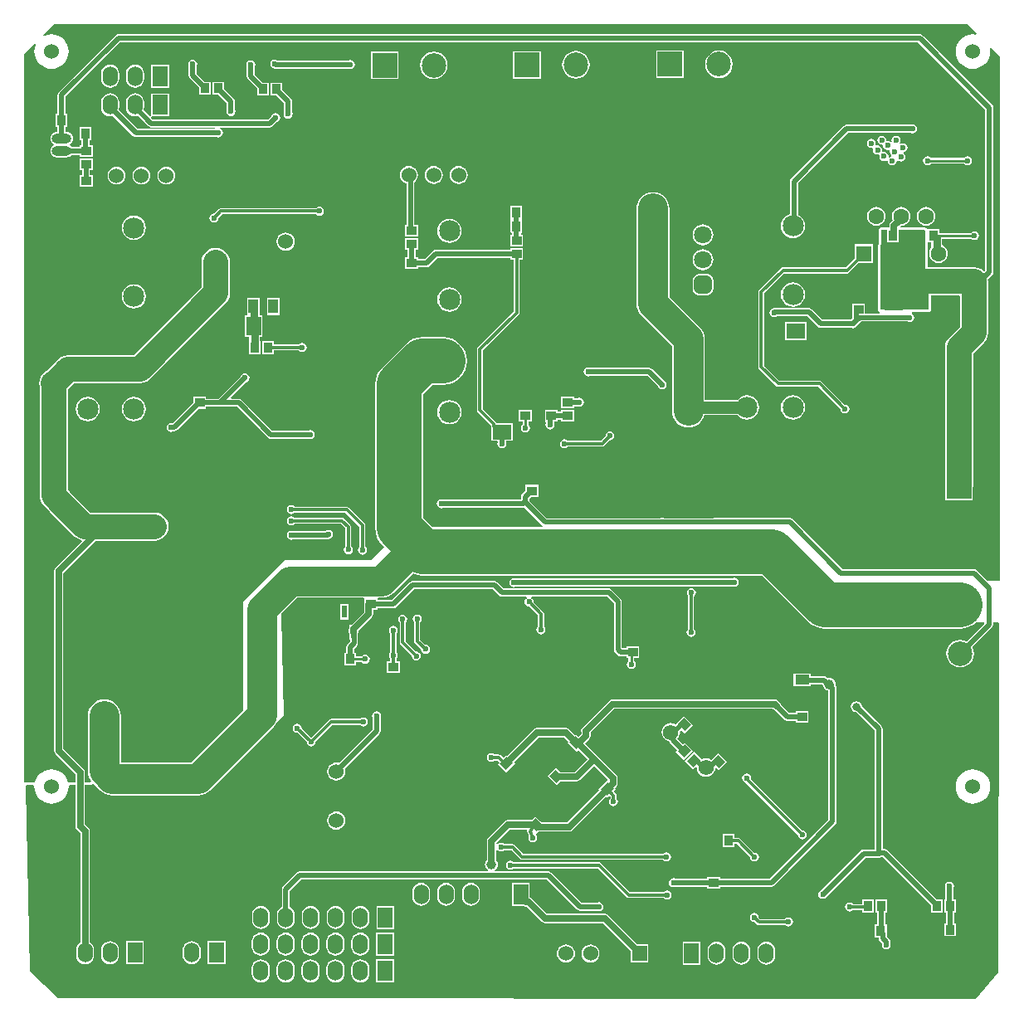
<source format=gbl>
G04*
G04 #@! TF.GenerationSoftware,Altium Limited,Altium Designer,20.0.2 (26)*
G04*
G04 Layer_Physical_Order=2*
G04 Layer_Color=13391121*
%FSLAX25Y25*%
%MOIN*%
G70*
G01*
G75*
%ADD10C,0.01000*%
%ADD18C,0.03000*%
%ADD47R,0.06299X0.06299*%
%ADD79C,0.01200*%
%ADD80R,0.04134X0.03543*%
%ADD81R,0.03543X0.04134*%
%ADD109R,0.03937X0.03543*%
%ADD110R,0.03543X0.03937*%
%ADD112R,0.05906X0.07480*%
%ADD115R,0.05800X0.04000*%
%ADD118C,0.02000*%
%ADD119C,0.02500*%
%ADD120C,0.12000*%
%ADD121C,0.05000*%
%ADD123C,0.10000*%
%ADD124C,0.06200*%
%ADD125C,0.02362*%
%ADD126C,0.06299*%
%ADD127R,0.06000X0.08000*%
%ADD128O,0.06000X0.08000*%
%ADD129R,0.06000X0.06000*%
%ADD130C,0.06000*%
%ADD131C,0.08500*%
%ADD132C,0.07087*%
G04:AMPARAMS|DCode=133|XSize=70.87mil|YSize=70.87mil|CornerRadius=17.72mil|HoleSize=0mil|Usage=FLASHONLY|Rotation=90.000|XOffset=0mil|YOffset=0mil|HoleType=Round|Shape=RoundedRectangle|*
%AMROUNDEDRECTD133*
21,1,0.07087,0.03543,0,0,90.0*
21,1,0.03543,0.07087,0,0,90.0*
1,1,0.03543,0.01772,0.01772*
1,1,0.03543,0.01772,-0.01772*
1,1,0.03543,-0.01772,-0.01772*
1,1,0.03543,-0.01772,0.01772*
%
%ADD133ROUNDEDRECTD133*%
%ADD134R,0.07874X0.03937*%
%ADD135O,0.07874X0.03937*%
%ADD136C,0.09843*%
%ADD137R,0.09843X0.09843*%
%ADD138R,0.09843X0.09843*%
%ADD139C,0.03937*%
%ADD140C,0.03150*%
%ADD141R,0.02362X0.05118*%
G04:AMPARAMS|DCode=142|XSize=39.37mil|YSize=35.43mil|CornerRadius=0mil|HoleSize=0mil|Usage=FLASHONLY|Rotation=315.000|XOffset=0mil|YOffset=0mil|HoleType=Round|Shape=Rectangle|*
%AMROTATEDRECTD142*
4,1,4,-0.02645,0.00139,-0.00139,0.02645,0.02645,-0.00139,0.00139,-0.02645,-0.02645,0.00139,0.0*
%
%ADD142ROTATEDRECTD142*%

%ADD143R,0.04000X0.05800*%
G04:AMPARAMS|DCode=144|XSize=41.34mil|YSize=35.43mil|CornerRadius=0mil|HoleSize=0mil|Usage=FLASHONLY|Rotation=225.000|XOffset=0mil|YOffset=0mil|HoleType=Round|Shape=Rectangle|*
%AMROTATEDRECTD144*
4,1,4,0.00209,0.02714,0.02714,0.00209,-0.00209,-0.02714,-0.02714,-0.00209,0.00209,0.02714,0.0*
%
%ADD144ROTATEDRECTD144*%

%ADD145R,0.07480X0.05906*%
G04:AMPARAMS|DCode=146|XSize=39.37mil|YSize=35.43mil|CornerRadius=0mil|HoleSize=0mil|Usage=FLASHONLY|Rotation=45.000|XOffset=0mil|YOffset=0mil|HoleType=Round|Shape=Rectangle|*
%AMROTATEDRECTD146*
4,1,4,-0.00139,-0.02645,-0.02645,-0.00139,0.00139,0.02645,0.02645,0.00139,-0.00139,-0.02645,0.0*
%
%ADD146ROTATEDRECTD146*%

%ADD147C,0.18000*%
G36*
X371586Y7314D02*
X371430Y6821D01*
X371400Y6793D01*
X370079Y6923D01*
X368728Y6790D01*
X367429Y6396D01*
X366232Y5756D01*
X365183Y4895D01*
X364322Y3846D01*
X363683Y2649D01*
X363289Y1351D01*
X363156Y0D01*
X363289Y-1351D01*
X363683Y-2649D01*
X364322Y-3846D01*
X365183Y-4895D01*
X366232Y-5756D01*
X367429Y-6396D01*
X368728Y-6790D01*
X370079Y-6923D01*
X371429Y-6790D01*
X372728Y-6396D01*
X373925Y-5756D01*
X374974Y-4895D01*
X375835Y-3846D01*
X376475Y-2649D01*
X376869Y-1351D01*
X377002Y0D01*
X376872Y1321D01*
X376900Y1351D01*
X377393Y1507D01*
X381000Y-2100D01*
Y-209400D01*
X381042Y-212218D01*
X380663Y-212600D01*
X376007D01*
X371754Y-208347D01*
X371224Y-207993D01*
X370600Y-207869D01*
X317776D01*
X297803Y-187897D01*
X297274Y-187543D01*
X296650Y-187419D01*
X267314D01*
X267245Y-187372D01*
X266550Y-187234D01*
X265855Y-187372D01*
X265711Y-187469D01*
X245964D01*
X245895Y-187422D01*
X245200Y-187284D01*
X244505Y-187422D01*
X244436Y-187469D01*
X198876D01*
X191901Y-180494D01*
Y-179567D01*
X192639Y-178829D01*
X195468D01*
Y-174086D01*
X190331D01*
Y-176522D01*
X189116Y-177738D01*
X188762Y-178267D01*
X188638Y-178891D01*
Y-180069D01*
X157264D01*
X157195Y-180022D01*
X156500Y-179884D01*
X155805Y-180022D01*
X155216Y-180416D01*
X154822Y-181005D01*
X154684Y-181700D01*
X154822Y-182395D01*
X155216Y-182984D01*
X155805Y-183378D01*
X156500Y-183516D01*
X157195Y-183378D01*
X157264Y-183331D01*
X189502D01*
X190021Y-183228D01*
X197046Y-190253D01*
X197415Y-190500D01*
X197264Y-191000D01*
X152915D01*
X149346Y-187432D01*
Y-137696D01*
X153096Y-133947D01*
X157300D01*
X159182Y-133761D01*
X160992Y-133212D01*
X162659Y-132321D01*
X164121Y-131121D01*
X165321Y-129659D01*
X166212Y-127991D01*
X166761Y-126182D01*
X166946Y-124300D01*
X166761Y-122418D01*
X166212Y-120608D01*
X165321Y-118941D01*
X164121Y-117479D01*
X162659Y-116279D01*
X160992Y-115388D01*
X159182Y-114839D01*
X157300Y-114654D01*
X149100D01*
X147218Y-114839D01*
X145408Y-115388D01*
X143741Y-116279D01*
X142279Y-117479D01*
X132879Y-126879D01*
X131679Y-128341D01*
X130788Y-130008D01*
X130239Y-131818D01*
X130053Y-133700D01*
Y-191427D01*
X130239Y-193309D01*
X130788Y-195119D01*
X131679Y-196787D01*
X132879Y-198249D01*
X133715Y-199085D01*
X128600Y-204200D01*
X93900D01*
X77000Y-221100D01*
X77100Y-221200D01*
Y-264721D01*
X56253Y-285568D01*
X27832D01*
Y-271300D01*
Y-266900D01*
X27705Y-265606D01*
X27327Y-264362D01*
X26714Y-263215D01*
X25890Y-262210D01*
X24884Y-261386D01*
X23738Y-260773D01*
X22494Y-260396D01*
X21200Y-260268D01*
X19906Y-260396D01*
X18662Y-260773D01*
X17515Y-261386D01*
X16511Y-262210D01*
X15686Y-263215D01*
X15073Y-264362D01*
X14695Y-265606D01*
X14568Y-266900D01*
Y-271300D01*
Y-289071D01*
X14695Y-290364D01*
X15073Y-291609D01*
X15686Y-292755D01*
X15926Y-293048D01*
X15712Y-293500D01*
X13386D01*
Y-289600D01*
X13243Y-288878D01*
X12834Y-288266D01*
X4786Y-280219D01*
Y-209481D01*
X17819Y-196448D01*
X41400D01*
X42862Y-196256D01*
X44224Y-195692D01*
X45394Y-194794D01*
X46292Y-193624D01*
X46856Y-192262D01*
X47048Y-190800D01*
X46856Y-189338D01*
X46292Y-187976D01*
X45394Y-186806D01*
X44224Y-185908D01*
X42862Y-185344D01*
X41400Y-185152D01*
X15740D01*
X7394Y-176806D01*
X7394Y-176806D01*
X6548Y-175960D01*
Y-135798D01*
X9098Y-133248D01*
X35600D01*
X35600Y-133248D01*
X37062Y-133056D01*
X38424Y-132492D01*
X39594Y-131594D01*
X70094Y-101094D01*
X70094Y-101094D01*
X70992Y-99924D01*
X71556Y-98562D01*
X71748Y-97100D01*
Y-87000D01*
Y-84700D01*
X71556Y-83238D01*
X70992Y-81876D01*
X70094Y-80706D01*
X70094Y-80706D01*
X69894Y-80506D01*
X68724Y-79608D01*
X67362Y-79044D01*
X65900Y-78852D01*
X64438Y-79044D01*
X63076Y-79608D01*
X61906Y-80506D01*
X61008Y-81676D01*
X60444Y-83038D01*
X60252Y-84500D01*
X60444Y-85962D01*
X60452Y-85980D01*
Y-87000D01*
Y-94760D01*
X33260Y-121952D01*
X6758D01*
X6758Y-121952D01*
X5296Y-122144D01*
X3934Y-122708D01*
X2764Y-123606D01*
X2764Y-123606D01*
X-1907Y-128277D01*
X-2224Y-128408D01*
X-3394Y-129306D01*
X-4292Y-130476D01*
X-4856Y-131838D01*
X-5048Y-133300D01*
X-4856Y-134762D01*
X-4748Y-135021D01*
Y-178300D01*
X-4748Y-178300D01*
X-4556Y-179762D01*
X-3992Y-181124D01*
X-3094Y-182294D01*
X-594Y-184794D01*
X-594Y-184794D01*
X9406Y-194794D01*
X9406Y-194794D01*
X10576Y-195692D01*
X11938Y-196256D01*
X12030Y-196268D01*
X12191Y-196741D01*
X1566Y-207366D01*
X1157Y-207978D01*
X1014Y-208700D01*
Y-281000D01*
X1157Y-281722D01*
X1566Y-282334D01*
X9614Y-290381D01*
Y-293500D01*
X6661D01*
X6396Y-292626D01*
X5756Y-291429D01*
X4895Y-290380D01*
X3846Y-289519D01*
X2649Y-288879D01*
X1351Y-288486D01*
X-0Y-288352D01*
X-1351Y-288486D01*
X-2649Y-288879D01*
X-3846Y-289519D01*
X-4895Y-290380D01*
X-5756Y-291429D01*
X-6396Y-292626D01*
X-6661Y-293500D01*
X-10900D01*
Y-1000D01*
X-6633Y3267D01*
X-6227Y2966D01*
X-6396Y2649D01*
X-6790Y1351D01*
X-6923Y0D01*
X-6790Y-1351D01*
X-6396Y-2649D01*
X-5756Y-3846D01*
X-4895Y-4895D01*
X-3846Y-5756D01*
X-2649Y-6396D01*
X-1351Y-6790D01*
X-0Y-6923D01*
X1351Y-6790D01*
X2649Y-6396D01*
X3846Y-5756D01*
X4895Y-4895D01*
X5756Y-3846D01*
X6396Y-2649D01*
X6790Y-1351D01*
X6923Y0D01*
X6790Y1351D01*
X6396Y2649D01*
X5756Y3846D01*
X4895Y4895D01*
X3846Y5756D01*
X2649Y6396D01*
X1351Y6790D01*
X-0Y6923D01*
X-1351Y6790D01*
X-2649Y6396D01*
X-2966Y6227D01*
X-3267Y6633D01*
X1108Y11008D01*
X367892D01*
X371586Y7314D01*
D02*
G37*
G36*
X145381Y-209712D02*
X147191Y-210261D01*
X149073Y-210447D01*
X285304D01*
X303836Y-228979D01*
X305298Y-230178D01*
X306966Y-231070D01*
X308776Y-231619D01*
X310658Y-231804D01*
X365000D01*
X366882Y-231619D01*
X368691Y-231070D01*
X370359Y-230178D01*
X371418Y-229309D01*
X374536Y-229293D01*
X374744Y-229791D01*
X367595Y-236941D01*
X366441Y-236463D01*
X365000Y-236274D01*
X363559Y-236463D01*
X362215Y-237020D01*
X361062Y-237905D01*
X360177Y-239058D01*
X359621Y-240401D01*
X359431Y-241843D01*
X359621Y-243284D01*
X360177Y-244627D01*
X361062Y-245780D01*
X362215Y-246665D01*
X363559Y-247222D01*
X365000Y-247411D01*
X366441Y-247222D01*
X367785Y-246665D01*
X368938Y-245780D01*
X369823Y-244627D01*
X370379Y-243284D01*
X370569Y-241843D01*
X370379Y-240401D01*
X369901Y-239248D01*
X377753Y-231396D01*
X378107Y-230867D01*
X378231Y-230242D01*
X378231Y-230242D01*
Y-229273D01*
X380183Y-229262D01*
X380537Y-229615D01*
X380138Y-369960D01*
X371393Y-380484D01*
X2555Y-380189D01*
X-8762Y-369460D01*
X-10392Y-294877D01*
X-10043Y-294520D01*
X-7221D01*
X-6885Y-294890D01*
X-6923Y-295276D01*
X-6790Y-296626D01*
X-6396Y-297925D01*
X-5756Y-299122D01*
X-4895Y-300171D01*
X-3846Y-301032D01*
X-2649Y-301672D01*
X-1351Y-302066D01*
X-0Y-302199D01*
X1351Y-302066D01*
X2649Y-301672D01*
X3846Y-301032D01*
X4895Y-300171D01*
X5756Y-299122D01*
X6396Y-297925D01*
X6790Y-296626D01*
X6923Y-295276D01*
X6885Y-294890D01*
X7221Y-294520D01*
X9614D01*
Y-311300D01*
X9757Y-312022D01*
X10166Y-312634D01*
X11614Y-314081D01*
Y-357910D01*
X10932Y-358433D01*
X10355Y-359185D01*
X9993Y-360060D01*
X9869Y-361000D01*
Y-363000D01*
X9993Y-363940D01*
X10355Y-364815D01*
X10932Y-365567D01*
X11684Y-366145D01*
X12560Y-366507D01*
X13500Y-366631D01*
X14440Y-366507D01*
X15315Y-366145D01*
X16068Y-365567D01*
X16645Y-364815D01*
X17007Y-363940D01*
X17131Y-363000D01*
Y-361000D01*
X17007Y-360060D01*
X16645Y-359185D01*
X16068Y-358433D01*
X15386Y-357910D01*
Y-313300D01*
X15243Y-312578D01*
X14834Y-311966D01*
X13386Y-310519D01*
Y-294520D01*
X15712D01*
X15883Y-294486D01*
X16056Y-294460D01*
X16078Y-294447D01*
X16103Y-294442D01*
X16248Y-294345D01*
X16397Y-294255D01*
X16558Y-294221D01*
X16906Y-294222D01*
X17014Y-294263D01*
X19640Y-296889D01*
X20645Y-297714D01*
X21791Y-298327D01*
X23036Y-298705D01*
X24329Y-298832D01*
X59000D01*
X60294Y-298705D01*
X61538Y-298327D01*
X62685Y-297714D01*
X63690Y-296889D01*
X89289Y-271289D01*
X90114Y-270285D01*
X90428Y-269698D01*
X93238Y-266960D01*
X92257Y-225852D01*
X98677Y-219432D01*
X125138D01*
X125533Y-219686D01*
X125533Y-219932D01*
Y-222134D01*
X125497Y-222317D01*
Y-225203D01*
X120591Y-230109D01*
X119559D01*
Y-231499D01*
X119454Y-232028D01*
Y-233268D01*
X119559Y-233797D01*
Y-236427D01*
X119869D01*
Y-237024D01*
X118904Y-237989D01*
X118550Y-238518D01*
X118426Y-239142D01*
Y-241531D01*
X117686D01*
Y-246669D01*
X122429D01*
Y-245221D01*
X124607D01*
X124716Y-245384D01*
X125305Y-245778D01*
X126000Y-245916D01*
X126695Y-245778D01*
X127284Y-245384D01*
X127678Y-244795D01*
X127816Y-244100D01*
X127678Y-243405D01*
X127284Y-242816D01*
X126695Y-242422D01*
X126000Y-242284D01*
X125305Y-242422D01*
X124716Y-242816D01*
X124607Y-242979D01*
X122429D01*
Y-241531D01*
X121689D01*
Y-239818D01*
X122653Y-238854D01*
X123007Y-238324D01*
X123131Y-237700D01*
Y-233900D01*
X123121Y-233849D01*
Y-233796D01*
X123226Y-233268D01*
Y-232809D01*
X128717Y-227318D01*
X129126Y-226707D01*
X129269Y-225985D01*
Y-224429D01*
X130867D01*
Y-223689D01*
X137343D01*
X137967Y-223565D01*
X138496Y-223211D01*
X145676Y-216031D01*
X177224D01*
X179746Y-218553D01*
X180276Y-218907D01*
X180900Y-219031D01*
X190790D01*
X190942Y-219531D01*
X190516Y-219816D01*
X190122Y-220405D01*
X189984Y-221100D01*
X190122Y-221795D01*
X190516Y-222384D01*
X191105Y-222778D01*
X191800Y-222916D01*
X191872Y-222902D01*
X195377Y-226407D01*
Y-230975D01*
X195316Y-231016D01*
X194922Y-231605D01*
X194784Y-232300D01*
X194922Y-232995D01*
X195316Y-233584D01*
X195905Y-233978D01*
X196600Y-234116D01*
X197295Y-233978D01*
X197884Y-233584D01*
X198278Y-232995D01*
X198416Y-232300D01*
X198278Y-231605D01*
X197884Y-231016D01*
X197824Y-230975D01*
Y-225900D01*
X197730Y-225432D01*
X197465Y-225035D01*
X193602Y-221171D01*
X193616Y-221100D01*
X193478Y-220405D01*
X193084Y-219816D01*
X192658Y-219531D01*
X192810Y-219031D01*
X223224D01*
X225869Y-221676D01*
Y-240228D01*
X225993Y-240853D01*
X226346Y-241382D01*
X227518Y-242553D01*
X228047Y-242907D01*
X228672Y-243031D01*
X230931D01*
Y-243729D01*
X231779D01*
Y-244725D01*
X231747Y-244746D01*
X231646Y-244847D01*
X231293Y-245376D01*
X231286Y-245409D01*
X231222Y-245505D01*
X231084Y-246200D01*
X231222Y-246895D01*
X231616Y-247484D01*
X232205Y-247878D01*
X232900Y-248016D01*
X233595Y-247878D01*
X234184Y-247484D01*
X234578Y-246895D01*
X234716Y-246200D01*
X234578Y-245505D01*
X234514Y-245409D01*
X234507Y-245376D01*
X234154Y-244847D01*
X234053Y-244746D01*
X234021Y-244725D01*
Y-243729D01*
X236069D01*
Y-238986D01*
X230931D01*
Y-239769D01*
X229347D01*
X229131Y-239553D01*
Y-221000D01*
X229007Y-220376D01*
X228654Y-219847D01*
X225054Y-216247D01*
X224524Y-215893D01*
X223900Y-215769D01*
X181576D01*
X179053Y-213246D01*
X178524Y-212893D01*
X177900Y-212769D01*
X145000D01*
X144376Y-212893D01*
X143846Y-213246D01*
X136667Y-220426D01*
X131220D01*
X130937Y-220143D01*
X130974Y-219617D01*
X131262Y-219432D01*
X132673D01*
X133966Y-219304D01*
X135211Y-218927D01*
X136357Y-218314D01*
X137362Y-217490D01*
X145224Y-209628D01*
X145381Y-209712D01*
D02*
G37*
%LPC*%
G36*
X89700Y-3184D02*
X89005Y-3322D01*
X88416Y-3716D01*
X88022Y-4305D01*
X87884Y-5000D01*
X88022Y-5695D01*
X88416Y-6284D01*
X89005Y-6678D01*
X89700Y-6816D01*
X89810Y-6794D01*
X89998Y-6831D01*
X119336D01*
X119405Y-6878D01*
X120100Y-7016D01*
X120795Y-6878D01*
X121384Y-6484D01*
X121778Y-5895D01*
X121916Y-5200D01*
X121778Y-4505D01*
X121384Y-3916D01*
X120795Y-3522D01*
X120100Y-3384D01*
X119405Y-3522D01*
X119336Y-3569D01*
X90764D01*
X90395Y-3322D01*
X89700Y-3184D01*
D02*
G37*
G36*
X253921Y421D02*
X242879D01*
Y-10621D01*
X253921D01*
Y421D01*
D02*
G37*
G36*
X268085Y469D02*
X266644Y279D01*
X265301Y-277D01*
X264147Y-1162D01*
X263262Y-2316D01*
X262706Y-3659D01*
X262516Y-5100D01*
X262706Y-6541D01*
X263262Y-7884D01*
X264147Y-9038D01*
X265301Y-9923D01*
X266644Y-10479D01*
X268085Y-10669D01*
X269526Y-10479D01*
X270869Y-9923D01*
X272023Y-9038D01*
X272908Y-7884D01*
X273464Y-6541D01*
X273654Y-5100D01*
X273464Y-3659D01*
X272908Y-2316D01*
X272023Y-1162D01*
X270869Y-277D01*
X269526Y279D01*
X268085Y469D01*
D02*
G37*
G36*
X196479Y221D02*
X185436D01*
Y-10821D01*
X196479D01*
Y221D01*
D02*
G37*
G36*
X210643Y269D02*
X209201Y79D01*
X207858Y-477D01*
X206705Y-1362D01*
X205820Y-2516D01*
X205263Y-3859D01*
X205074Y-5300D01*
X205263Y-6741D01*
X205820Y-8084D01*
X206705Y-9238D01*
X207858Y-10123D01*
X209201Y-10679D01*
X210643Y-10869D01*
X212084Y-10679D01*
X213427Y-10123D01*
X214580Y-9238D01*
X215465Y-8084D01*
X216022Y-6741D01*
X216211Y-5300D01*
X216022Y-3859D01*
X215465Y-2516D01*
X214580Y-1362D01*
X213427Y-477D01*
X212084Y79D01*
X210643Y269D01*
D02*
G37*
G36*
X139379Y21D02*
X128336D01*
Y-11021D01*
X139379D01*
Y21D01*
D02*
G37*
G36*
X153542Y69D02*
X152101Y-121D01*
X150758Y-677D01*
X149605Y-1562D01*
X148720Y-2716D01*
X148163Y-4059D01*
X147974Y-5500D01*
X148163Y-6941D01*
X148720Y-8284D01*
X149605Y-9438D01*
X150758Y-10323D01*
X152101Y-10879D01*
X153542Y-11069D01*
X154984Y-10879D01*
X156327Y-10323D01*
X157480Y-9438D01*
X158365Y-8284D01*
X158922Y-6941D01*
X159111Y-5500D01*
X158922Y-4059D01*
X158365Y-2716D01*
X157480Y-1562D01*
X156327Y-677D01*
X154984Y-121D01*
X153542Y69D01*
D02*
G37*
G36*
X47200Y-5300D02*
X40000D01*
Y-14500D01*
X47200D01*
Y-5300D01*
D02*
G37*
G36*
X33600Y-5269D02*
X32660Y-5393D01*
X31784Y-5756D01*
X31032Y-6333D01*
X30455Y-7085D01*
X30093Y-7960D01*
X29969Y-8900D01*
Y-10900D01*
X30093Y-11840D01*
X30455Y-12716D01*
X31032Y-13468D01*
X31784Y-14045D01*
X32660Y-14407D01*
X33600Y-14531D01*
X34540Y-14407D01*
X35416Y-14045D01*
X36168Y-13468D01*
X36745Y-12716D01*
X37107Y-11840D01*
X37231Y-10900D01*
Y-8900D01*
X37107Y-7960D01*
X36745Y-7085D01*
X36168Y-6333D01*
X35416Y-5756D01*
X34540Y-5393D01*
X33600Y-5269D01*
D02*
G37*
G36*
X23600D02*
X22660Y-5393D01*
X21784Y-5756D01*
X21033Y-6333D01*
X20455Y-7085D01*
X20093Y-7960D01*
X19969Y-8900D01*
Y-10900D01*
X20093Y-11840D01*
X20455Y-12716D01*
X21033Y-13468D01*
X21784Y-14045D01*
X22660Y-14407D01*
X23600Y-14531D01*
X24540Y-14407D01*
X25416Y-14045D01*
X26168Y-13468D01*
X26745Y-12716D01*
X27107Y-11840D01*
X27231Y-10900D01*
Y-8900D01*
X27107Y-7960D01*
X26745Y-7085D01*
X26168Y-6333D01*
X25416Y-5756D01*
X24540Y-5393D01*
X23600Y-5269D01*
D02*
G37*
G36*
X56700Y-3284D02*
X56005Y-3422D01*
X55416Y-3816D01*
X55022Y-4405D01*
X54884Y-5100D01*
X55022Y-5795D01*
X55069Y-5864D01*
Y-9561D01*
X55193Y-10185D01*
X55546Y-10714D01*
X59271Y-14439D01*
Y-17268D01*
X64014D01*
Y-12132D01*
X61578D01*
X58331Y-8885D01*
Y-5864D01*
X58378Y-5795D01*
X58516Y-5100D01*
X58378Y-4405D01*
X57984Y-3816D01*
X57395Y-3422D01*
X56700Y-3284D01*
D02*
G37*
G36*
X80000Y-3484D02*
X79305Y-3622D01*
X78716Y-4016D01*
X78322Y-4605D01*
X78184Y-5300D01*
X78322Y-5995D01*
X78369Y-6064D01*
Y-9861D01*
X78493Y-10485D01*
X78847Y-11014D01*
X82671Y-14839D01*
Y-17669D01*
X87414D01*
Y-12531D01*
X84978D01*
X81631Y-9185D01*
Y-6064D01*
X81678Y-5995D01*
X81816Y-5300D01*
X81678Y-4605D01*
X81284Y-4016D01*
X80695Y-3622D01*
X80000Y-3484D01*
D02*
G37*
G36*
X69329Y-12132D02*
X64586D01*
Y-17268D01*
X67022D01*
X70399Y-20646D01*
Y-23520D01*
X70284Y-24100D01*
X70422Y-24795D01*
X70816Y-25384D01*
X71405Y-25778D01*
X72100Y-25916D01*
X72795Y-25778D01*
X73384Y-25384D01*
X73778Y-24795D01*
X73916Y-24100D01*
X73778Y-23405D01*
X73662Y-23232D01*
Y-19970D01*
X73538Y-19346D01*
X73184Y-18816D01*
X69329Y-14961D01*
Y-12132D01*
D02*
G37*
G36*
X92729Y-12531D02*
X87986D01*
Y-17669D01*
X90422D01*
X93369Y-20615D01*
Y-24336D01*
X93322Y-24405D01*
X93184Y-25100D01*
X93322Y-25795D01*
X93716Y-26384D01*
X94305Y-26778D01*
X95000Y-26916D01*
X95695Y-26778D01*
X96284Y-26384D01*
X96678Y-25795D01*
X96816Y-25100D01*
X96678Y-24405D01*
X96631Y-24336D01*
Y-19939D01*
X96507Y-19315D01*
X96153Y-18786D01*
X92729Y-15361D01*
Y-12531D01*
D02*
G37*
G36*
X33600Y-16769D02*
X32660Y-16893D01*
X31784Y-17255D01*
X31032Y-17832D01*
X30455Y-18585D01*
X30093Y-19460D01*
X29969Y-20400D01*
Y-22400D01*
X30093Y-23340D01*
X30455Y-24216D01*
X31032Y-24968D01*
X31784Y-25545D01*
X32660Y-25907D01*
X33600Y-26031D01*
X34540Y-25907D01*
X34724Y-25831D01*
X38947Y-30053D01*
X39476Y-30407D01*
X40100Y-30531D01*
X65600D01*
X65835Y-31031D01*
X65805Y-31069D01*
X34576D01*
X27031Y-23524D01*
X27107Y-23340D01*
X27231Y-22400D01*
Y-20400D01*
X27107Y-19460D01*
X26745Y-18585D01*
X26168Y-17832D01*
X25416Y-17255D01*
X24540Y-16893D01*
X23600Y-16769D01*
X22660Y-16893D01*
X21784Y-17255D01*
X21033Y-17832D01*
X20455Y-18585D01*
X20093Y-19460D01*
X19969Y-20400D01*
Y-22400D01*
X20093Y-23340D01*
X20455Y-24216D01*
X21033Y-24968D01*
X21784Y-25545D01*
X22660Y-25907D01*
X23600Y-26031D01*
X24540Y-25907D01*
X24724Y-25831D01*
X32746Y-33854D01*
X33276Y-34207D01*
X33900Y-34331D01*
X66236D01*
X66305Y-34378D01*
X67000Y-34516D01*
X67695Y-34378D01*
X68284Y-33984D01*
X68678Y-33395D01*
X68816Y-32700D01*
X68678Y-32005D01*
X68284Y-31416D01*
X67695Y-31022D01*
X67790Y-30531D01*
X87600D01*
X88224Y-30407D01*
X88753Y-30053D01*
X90613Y-28194D01*
X90695Y-28178D01*
X91284Y-27784D01*
X91678Y-27195D01*
X91816Y-26500D01*
X91678Y-25805D01*
X91284Y-25216D01*
X90695Y-24822D01*
X90000Y-24684D01*
X89305Y-24822D01*
X88716Y-25216D01*
X88322Y-25805D01*
X88306Y-25887D01*
X86924Y-27269D01*
X40776D01*
X40007Y-26500D01*
X40214Y-26000D01*
X40411Y-26000D01*
X47200D01*
Y-16800D01*
X40000D01*
Y-25561D01*
X40000Y-25786D01*
X39500Y-25993D01*
X37031Y-23524D01*
X37107Y-23340D01*
X37231Y-22400D01*
Y-20400D01*
X37107Y-19460D01*
X36745Y-18585D01*
X36167Y-17832D01*
X35416Y-17255D01*
X34540Y-16893D01*
X33600Y-16769D01*
D02*
G37*
G36*
X345800Y-29184D02*
X345105Y-29322D01*
X345036Y-29369D01*
X319400D01*
X318776Y-29493D01*
X318247Y-29847D01*
X297077Y-51016D01*
X296724Y-51545D01*
X296599Y-52169D01*
Y-65356D01*
X296586Y-65358D01*
X295406Y-65846D01*
X294393Y-66624D01*
X293616Y-67637D01*
X293127Y-68817D01*
X292960Y-70083D01*
X293127Y-71349D01*
X293616Y-72529D01*
X294393Y-73542D01*
X295406Y-74319D01*
X296586Y-74808D01*
X297852Y-74975D01*
X299118Y-74808D01*
X300298Y-74319D01*
X301311Y-73542D01*
X302088Y-72529D01*
X302577Y-71349D01*
X302744Y-70083D01*
X302577Y-68817D01*
X302088Y-67637D01*
X301311Y-66624D01*
X300298Y-65846D01*
X299862Y-65666D01*
Y-52845D01*
X320076Y-32631D01*
X345036D01*
X345105Y-32678D01*
X345800Y-32816D01*
X346495Y-32678D01*
X347084Y-32284D01*
X347478Y-31695D01*
X347616Y-31000D01*
X347478Y-30305D01*
X347084Y-29716D01*
X346495Y-29322D01*
X345800Y-29184D01*
D02*
G37*
G36*
X339200Y-33784D02*
X338505Y-33922D01*
X337916Y-34316D01*
X337522Y-34905D01*
X337384Y-35600D01*
X337490Y-36131D01*
X337237Y-36309D01*
X337029Y-36379D01*
X336495Y-36022D01*
X335800Y-35884D01*
X335689Y-35906D01*
X335291Y-35475D01*
X335178Y-34905D01*
X334784Y-34316D01*
X334195Y-33922D01*
X333500Y-33784D01*
X332805Y-33922D01*
X332216Y-34316D01*
X331822Y-34905D01*
X331684Y-35600D01*
X331822Y-36295D01*
X332216Y-36884D01*
X332805Y-37278D01*
X333500Y-37416D01*
X333611Y-37394D01*
X334009Y-37825D01*
X334122Y-38395D01*
X334516Y-38984D01*
X335105Y-39378D01*
X335800Y-39516D01*
X336331Y-39410D01*
X336694Y-39686D01*
X336765Y-39795D01*
X336684Y-40200D01*
X336822Y-40895D01*
X337216Y-41484D01*
X337431Y-41628D01*
X337325Y-42158D01*
X337005Y-42222D01*
X336655Y-42456D01*
X336205Y-42156D01*
X336216Y-42100D01*
X336078Y-41405D01*
X335684Y-40816D01*
X335095Y-40422D01*
X334400Y-40284D01*
X333912Y-40381D01*
X333905Y-40378D01*
X333522Y-39995D01*
X333519Y-39988D01*
X333616Y-39500D01*
X333478Y-38805D01*
X333084Y-38216D01*
X332495Y-37822D01*
X331800Y-37684D01*
X331424Y-37759D01*
X331031Y-37327D01*
X331116Y-36900D01*
X330978Y-36205D01*
X330584Y-35616D01*
X329995Y-35222D01*
X329300Y-35084D01*
X328605Y-35222D01*
X328016Y-35616D01*
X327622Y-36205D01*
X327484Y-36900D01*
X327622Y-37595D01*
X328016Y-38184D01*
X328605Y-38578D01*
X329300Y-38716D01*
X329676Y-38641D01*
X330069Y-39073D01*
X329984Y-39500D01*
X330122Y-40195D01*
X330516Y-40784D01*
X331105Y-41178D01*
X331800Y-41316D01*
X332288Y-41219D01*
X332295Y-41222D01*
X332678Y-41605D01*
X332681Y-41612D01*
X332584Y-42100D01*
X332722Y-42795D01*
X333116Y-43384D01*
X333705Y-43778D01*
X334400Y-43916D01*
X335095Y-43778D01*
X335445Y-43544D01*
X335895Y-43845D01*
X335884Y-43900D01*
X336022Y-44595D01*
X336416Y-45184D01*
X337005Y-45578D01*
X337700Y-45716D01*
X338395Y-45578D01*
X338984Y-45184D01*
X339378Y-44595D01*
X339516Y-43900D01*
X339498Y-43809D01*
X339969Y-43614D01*
X340016Y-43684D01*
X340605Y-44078D01*
X341300Y-44216D01*
X341995Y-44078D01*
X342584Y-43684D01*
X342978Y-43095D01*
X343116Y-42400D01*
X342978Y-41705D01*
X342584Y-41116D01*
X342231Y-40880D01*
X342336Y-40349D01*
X342695Y-40278D01*
X343284Y-39884D01*
X343678Y-39295D01*
X343816Y-38600D01*
X343678Y-37905D01*
X343284Y-37316D01*
X342695Y-36922D01*
X342000Y-36784D01*
X341305Y-36922D01*
X340780Y-37273D01*
X340484Y-36884D01*
X340878Y-36295D01*
X341016Y-35600D01*
X340878Y-34905D01*
X340484Y-34316D01*
X339895Y-33922D01*
X339200Y-33784D01*
D02*
G37*
G36*
X367900Y-41984D02*
X367205Y-42122D01*
X366616Y-42516D01*
X366507Y-42678D01*
X353293D01*
X353184Y-42516D01*
X352595Y-42122D01*
X351900Y-41984D01*
X351205Y-42122D01*
X350616Y-42516D01*
X350222Y-43105D01*
X350084Y-43800D01*
X350222Y-44495D01*
X350616Y-45084D01*
X351205Y-45478D01*
X351900Y-45616D01*
X352595Y-45478D01*
X353184Y-45084D01*
X353293Y-44922D01*
X366507D01*
X366616Y-45084D01*
X367205Y-45478D01*
X367900Y-45616D01*
X368595Y-45478D01*
X369184Y-45084D01*
X369578Y-44495D01*
X369716Y-43800D01*
X369578Y-43105D01*
X369184Y-42516D01*
X368595Y-42122D01*
X367900Y-41984D01*
D02*
G37*
G36*
X163600Y-45969D02*
X162660Y-46093D01*
X161785Y-46455D01*
X161032Y-47032D01*
X160455Y-47785D01*
X160093Y-48660D01*
X159969Y-49600D01*
X160093Y-50540D01*
X160455Y-51416D01*
X161032Y-52168D01*
X161785Y-52745D01*
X162660Y-53107D01*
X163600Y-53231D01*
X164540Y-53107D01*
X165416Y-52745D01*
X166168Y-52168D01*
X166745Y-51416D01*
X167107Y-50540D01*
X167231Y-49600D01*
X167107Y-48660D01*
X166745Y-47785D01*
X166168Y-47032D01*
X165416Y-46455D01*
X164540Y-46093D01*
X163600Y-45969D01*
D02*
G37*
G36*
X153600D02*
X152660Y-46093D01*
X151785Y-46455D01*
X151032Y-47032D01*
X150455Y-47785D01*
X150093Y-48660D01*
X149969Y-49600D01*
X150093Y-50540D01*
X150455Y-51416D01*
X151032Y-52168D01*
X151785Y-52745D01*
X152660Y-53107D01*
X153600Y-53231D01*
X154540Y-53107D01*
X155416Y-52745D01*
X156168Y-52168D01*
X156745Y-51416D01*
X157107Y-50540D01*
X157231Y-49600D01*
X157107Y-48660D01*
X156745Y-47785D01*
X156168Y-47032D01*
X155416Y-46455D01*
X154540Y-46093D01*
X153600Y-45969D01*
D02*
G37*
G36*
X46100Y-46169D02*
X45160Y-46293D01*
X44284Y-46655D01*
X43532Y-47232D01*
X42955Y-47984D01*
X42593Y-48860D01*
X42469Y-49800D01*
X42593Y-50740D01*
X42955Y-51616D01*
X43532Y-52368D01*
X44284Y-52945D01*
X45160Y-53307D01*
X46100Y-53431D01*
X47040Y-53307D01*
X47916Y-52945D01*
X48668Y-52368D01*
X49245Y-51616D01*
X49607Y-50740D01*
X49731Y-49800D01*
X49607Y-48860D01*
X49245Y-47984D01*
X48668Y-47232D01*
X47916Y-46655D01*
X47040Y-46293D01*
X46100Y-46169D01*
D02*
G37*
G36*
X36100D02*
X35160Y-46293D01*
X34284Y-46655D01*
X33533Y-47232D01*
X32955Y-47984D01*
X32593Y-48860D01*
X32469Y-49800D01*
X32593Y-50740D01*
X32955Y-51616D01*
X33533Y-52368D01*
X34284Y-52945D01*
X35160Y-53307D01*
X36100Y-53431D01*
X37040Y-53307D01*
X37916Y-52945D01*
X38668Y-52368D01*
X39245Y-51616D01*
X39607Y-50740D01*
X39731Y-49800D01*
X39607Y-48860D01*
X39245Y-47984D01*
X38668Y-47232D01*
X37916Y-46655D01*
X37040Y-46293D01*
X36100Y-46169D01*
D02*
G37*
G36*
X26100D02*
X25160Y-46293D01*
X24284Y-46655D01*
X23532Y-47232D01*
X22955Y-47984D01*
X22593Y-48860D01*
X22469Y-49800D01*
X22593Y-50740D01*
X22955Y-51616D01*
X23532Y-52368D01*
X24284Y-52945D01*
X25160Y-53307D01*
X26100Y-53431D01*
X27040Y-53307D01*
X27916Y-52945D01*
X28668Y-52368D01*
X29245Y-51616D01*
X29607Y-50740D01*
X29731Y-49800D01*
X29607Y-48860D01*
X29245Y-47984D01*
X28668Y-47232D01*
X27916Y-46655D01*
X27040Y-46293D01*
X26100Y-46169D01*
D02*
G37*
G36*
X16467Y-42886D02*
X11133D01*
Y-47629D01*
X12169D01*
Y-49671D01*
X11133D01*
Y-54414D01*
X16467D01*
Y-49671D01*
X15431D01*
Y-47629D01*
X16467D01*
Y-42886D01*
D02*
G37*
G36*
X107600Y-62284D02*
X106905Y-62422D01*
X106316Y-62816D01*
X106275Y-62876D01*
X68000D01*
X67532Y-62970D01*
X67135Y-63235D01*
X65272Y-65098D01*
X65200Y-65084D01*
X64505Y-65222D01*
X63916Y-65616D01*
X63522Y-66205D01*
X63384Y-66900D01*
X63522Y-67595D01*
X63916Y-68184D01*
X64505Y-68578D01*
X65200Y-68716D01*
X65895Y-68578D01*
X66484Y-68184D01*
X66878Y-67595D01*
X67016Y-66900D01*
X67002Y-66829D01*
X68507Y-65324D01*
X106275D01*
X106316Y-65384D01*
X106905Y-65778D01*
X107600Y-65916D01*
X108295Y-65778D01*
X108884Y-65384D01*
X109278Y-64795D01*
X109416Y-64100D01*
X109278Y-63405D01*
X108884Y-62816D01*
X108295Y-62422D01*
X107600Y-62284D01*
D02*
G37*
G36*
X351267Y-62342D02*
X350288Y-62471D01*
X349376Y-62849D01*
X348592Y-63450D01*
X347991Y-64233D01*
X347613Y-65145D01*
X347485Y-66124D01*
X347613Y-67103D01*
X347991Y-68015D01*
X348592Y-68798D01*
X349376Y-69399D01*
X350288Y-69777D01*
X351267Y-69906D01*
X352245Y-69777D01*
X353157Y-69399D01*
X353941Y-68798D01*
X354542Y-68015D01*
X354920Y-67103D01*
X355048Y-66124D01*
X354920Y-65145D01*
X354542Y-64233D01*
X353941Y-63450D01*
X353157Y-62849D01*
X352245Y-62471D01*
X351267Y-62342D01*
D02*
G37*
G36*
X348800Y7031D02*
X26800D01*
X26176Y6907D01*
X25646Y6554D01*
X2847Y-16247D01*
X2493Y-16776D01*
X2369Y-17400D01*
Y-25032D01*
X1486D01*
Y-30169D01*
X2369D01*
Y-32309D01*
X2131D01*
X1461Y-32398D01*
X836Y-32656D01*
X300Y-33068D01*
X-112Y-33605D01*
X-371Y-34229D01*
X-459Y-34900D01*
X-371Y-35570D01*
X-112Y-36195D01*
X300Y-36732D01*
X812Y-37125D01*
X852Y-37395D01*
Y-37405D01*
X812Y-37675D01*
X300Y-38068D01*
X-112Y-38605D01*
X-371Y-39230D01*
X-459Y-39900D01*
X-371Y-40571D01*
X-112Y-41195D01*
X300Y-41732D01*
X836Y-42144D01*
X1461Y-42402D01*
X2131Y-42491D01*
X6069D01*
X6739Y-42402D01*
X7364Y-42144D01*
X7900Y-41732D01*
X8038Y-41553D01*
X11133D01*
Y-42314D01*
X16467D01*
Y-37571D01*
X15353D01*
Y-35568D01*
X16014D01*
Y-30432D01*
X13028D01*
X12871Y-30400D01*
X12713Y-30432D01*
X11271D01*
Y-31874D01*
X11240Y-32032D01*
X11271Y-32189D01*
Y-35568D01*
X12090D01*
Y-37571D01*
X11133D01*
Y-38290D01*
X8071D01*
X7900Y-38068D01*
X7388Y-37675D01*
X7348Y-37405D01*
Y-37395D01*
X7388Y-37125D01*
X7900Y-36732D01*
X8312Y-36195D01*
X8571Y-35570D01*
X8659Y-34900D01*
X8571Y-34229D01*
X8312Y-33605D01*
X7900Y-33068D01*
X7364Y-32656D01*
X6739Y-32398D01*
X6069Y-32309D01*
X5631D01*
Y-30169D01*
X6229D01*
Y-25032D01*
X5631D01*
Y-18076D01*
X27476Y3769D01*
X348124D01*
X375069Y-23176D01*
Y-87964D01*
X374705Y-88314D01*
X374575Y-88306D01*
X373405Y-87408D01*
X372043Y-86844D01*
X370581Y-86652D01*
X364628D01*
X364628Y-86652D01*
X364484Y-86671D01*
X359775D01*
X358872Y-86552D01*
X358872Y-86552D01*
X351842D01*
Y-76966D01*
X351843Y-76467D01*
X353345Y-76467D01*
Y-78771D01*
X352991Y-79233D01*
X352613Y-80145D01*
X352485Y-81124D01*
X352613Y-82103D01*
X352991Y-83015D01*
X353592Y-83798D01*
X354376Y-84399D01*
X355288Y-84777D01*
X356266Y-84906D01*
X357245Y-84777D01*
X358157Y-84399D01*
X358941Y-83798D01*
X359542Y-83015D01*
X359920Y-82103D01*
X360049Y-81124D01*
X359920Y-80145D01*
X359542Y-79233D01*
X358941Y-78450D01*
X358157Y-77849D01*
X357628Y-77629D01*
Y-75122D01*
X369432D01*
X369491Y-75209D01*
X370080Y-75603D01*
X370775Y-75741D01*
X371470Y-75603D01*
X372059Y-75209D01*
X372453Y-74620D01*
X372591Y-73925D01*
X372453Y-73230D01*
X372059Y-72641D01*
X371470Y-72247D01*
X370775Y-72109D01*
X370080Y-72247D01*
X369491Y-72641D01*
X369332Y-72878D01*
X356587D01*
Y-71133D01*
X352099D01*
X351843Y-71133D01*
X351382Y-71040D01*
X351321Y-70979D01*
X350990Y-70758D01*
X350600Y-70680D01*
X341059D01*
X340881Y-70251D01*
X341200Y-69897D01*
X341266Y-69906D01*
X342245Y-69777D01*
X343158Y-69399D01*
X343941Y-68798D01*
X344542Y-68015D01*
X344920Y-67103D01*
X345048Y-66124D01*
X344920Y-65145D01*
X344542Y-64233D01*
X343941Y-63450D01*
X343158Y-62849D01*
X342245Y-62471D01*
X341266Y-62342D01*
X340288Y-62471D01*
X339376Y-62849D01*
X338592Y-63450D01*
X337991Y-64233D01*
X337613Y-65145D01*
X337485Y-66124D01*
X337613Y-67103D01*
X337916Y-67835D01*
X337030Y-68721D01*
X336621Y-69333D01*
X336478Y-70054D01*
Y-70576D01*
X335978Y-70836D01*
X335861Y-70758D01*
X335471Y-70680D01*
X333200D01*
X333013Y-70718D01*
X332825Y-70752D01*
X332818Y-70756D01*
X332810Y-70758D01*
X332651Y-70864D01*
X332491Y-70967D01*
X332486Y-70974D01*
X332479Y-70979D01*
X332373Y-71137D01*
X332264Y-71294D01*
X332263Y-71303D01*
X332258Y-71310D01*
X332221Y-71497D01*
X332181Y-71683D01*
X331980Y-83883D01*
X331982Y-83892D01*
X331980Y-83900D01*
X331980Y-103700D01*
X332058Y-104090D01*
X332279Y-104421D01*
X332610Y-104642D01*
X332744Y-104669D01*
X332695Y-105169D01*
X326768D01*
Y-101397D01*
X321632D01*
Y-104383D01*
X321600Y-104540D01*
Y-107195D01*
X321126Y-107669D01*
X309576D01*
X305453Y-103547D01*
X304924Y-103193D01*
X304300Y-103069D01*
X290400D01*
X290261Y-103096D01*
X290200Y-103084D01*
X289505Y-103222D01*
X288916Y-103616D01*
X288522Y-104205D01*
X288384Y-104900D01*
X288522Y-105595D01*
X288916Y-106184D01*
X289505Y-106578D01*
X290200Y-106716D01*
X290895Y-106578D01*
X291264Y-106331D01*
X303624D01*
X307747Y-110453D01*
X308276Y-110807D01*
X308900Y-110931D01*
X321136D01*
X321205Y-110978D01*
X321900Y-111116D01*
X322595Y-110978D01*
X323184Y-110584D01*
X323513Y-110092D01*
X325174Y-108431D01*
X343936D01*
X344005Y-108478D01*
X344700Y-108616D01*
X345395Y-108478D01*
X345984Y-108084D01*
X346378Y-107495D01*
X346516Y-106800D01*
X346378Y-106105D01*
X345984Y-105516D01*
X345541Y-105220D01*
X345692Y-104720D01*
X352300Y-104720D01*
X352690Y-104642D01*
X353021Y-104421D01*
X353242Y-104090D01*
X353320Y-103700D01*
Y-98034D01*
X353342Y-98000D01*
X353372Y-97848D01*
X358088D01*
X358991Y-97967D01*
X358991Y-97967D01*
X364609D01*
X364609Y-97967D01*
X364933Y-98378D01*
Y-110479D01*
X360506Y-114906D01*
X359608Y-116076D01*
X359044Y-117438D01*
X358852Y-118900D01*
X358852Y-118900D01*
Y-174658D01*
X358979Y-175623D01*
Y-180179D01*
X363534D01*
X364500Y-180306D01*
X365466Y-180179D01*
X370021D01*
Y-175622D01*
X370148Y-174658D01*
Y-121240D01*
X374575Y-116813D01*
X374575Y-116813D01*
X375473Y-115643D01*
X376037Y-114281D01*
X376229Y-112819D01*
Y-94781D01*
Y-92300D01*
X376129Y-91540D01*
X377853Y-89816D01*
X378207Y-89287D01*
X378331Y-88662D01*
Y-22500D01*
X378207Y-21876D01*
X377853Y-21347D01*
X349954Y6554D01*
X349424Y6907D01*
X348800Y7031D01*
D02*
G37*
G36*
X331266Y-62342D02*
X330288Y-62471D01*
X329376Y-62849D01*
X328592Y-63450D01*
X327991Y-64233D01*
X327613Y-65145D01*
X327485Y-66124D01*
X327613Y-67103D01*
X327991Y-68015D01*
X328592Y-68798D01*
X329376Y-69399D01*
X330288Y-69777D01*
X331266Y-69906D01*
X332245Y-69777D01*
X333157Y-69399D01*
X333941Y-68798D01*
X334542Y-68015D01*
X334920Y-67103D01*
X335049Y-66124D01*
X334920Y-65145D01*
X334542Y-64233D01*
X333941Y-63450D01*
X333157Y-62849D01*
X332245Y-62471D01*
X331266Y-62342D01*
D02*
G37*
G36*
X143600Y-45969D02*
X142660Y-46093D01*
X141785Y-46455D01*
X141033Y-47032D01*
X140455Y-47785D01*
X140093Y-48660D01*
X139969Y-49600D01*
X140093Y-50540D01*
X140455Y-51416D01*
X141033Y-52168D01*
X141785Y-52745D01*
X142519Y-53049D01*
Y-69571D01*
X142033D01*
Y-74314D01*
X147367D01*
Y-69571D01*
X145781D01*
Y-52464D01*
X146168Y-52168D01*
X146745Y-51416D01*
X147107Y-50540D01*
X147231Y-49600D01*
X147107Y-48660D01*
X146745Y-47785D01*
X146168Y-47032D01*
X145416Y-46455D01*
X144540Y-46093D01*
X143600Y-45969D01*
D02*
G37*
G36*
X33052Y-65891D02*
X31786Y-66057D01*
X30606Y-66546D01*
X29593Y-67324D01*
X28815Y-68337D01*
X28327Y-69517D01*
X28160Y-70783D01*
X28327Y-72049D01*
X28815Y-73229D01*
X29593Y-74242D01*
X30606Y-75019D01*
X31786Y-75508D01*
X33052Y-75674D01*
X34318Y-75508D01*
X35498Y-75019D01*
X36511Y-74242D01*
X37288Y-73229D01*
X37777Y-72049D01*
X37944Y-70783D01*
X37777Y-69517D01*
X37288Y-68337D01*
X36511Y-67324D01*
X35498Y-66546D01*
X34318Y-66057D01*
X33052Y-65891D01*
D02*
G37*
G36*
X159800Y-67149D02*
X158534Y-67316D01*
X157354Y-67804D01*
X156341Y-68582D01*
X155563Y-69595D01*
X155075Y-70775D01*
X154908Y-72041D01*
X155075Y-73307D01*
X155563Y-74487D01*
X156341Y-75500D01*
X157354Y-76277D01*
X158534Y-76766D01*
X159800Y-76933D01*
X161066Y-76766D01*
X162246Y-76277D01*
X163259Y-75500D01*
X164037Y-74487D01*
X164525Y-73307D01*
X164692Y-72041D01*
X164525Y-70775D01*
X164037Y-69595D01*
X163259Y-68582D01*
X162246Y-67804D01*
X161066Y-67316D01*
X159800Y-67149D01*
D02*
G37*
G36*
X261700Y-69421D02*
X260619Y-69564D01*
X259611Y-69981D01*
X258745Y-70645D01*
X258081Y-71511D01*
X257664Y-72519D01*
X257521Y-73600D01*
X257664Y-74682D01*
X258081Y-75690D01*
X258745Y-76555D01*
X259611Y-77219D01*
X260619Y-77637D01*
X261700Y-77779D01*
X262782Y-77637D01*
X263790Y-77219D01*
X264655Y-76555D01*
X265319Y-75690D01*
X265737Y-74682D01*
X265879Y-73600D01*
X265737Y-72519D01*
X265319Y-71511D01*
X264655Y-70645D01*
X263790Y-69981D01*
X262782Y-69564D01*
X261700Y-69421D01*
D02*
G37*
G36*
X189014Y-62032D02*
X184271D01*
Y-67138D01*
X184271Y-67168D01*
X184271D01*
X184286Y-67632D01*
X184286D01*
Y-72768D01*
X184590D01*
X184905Y-73153D01*
X184912Y-73184D01*
X184594Y-73571D01*
X184231D01*
Y-78314D01*
X189368D01*
Y-73571D01*
X188848D01*
X188531Y-73184D01*
X188537Y-73153D01*
X188853Y-72768D01*
X189029D01*
Y-67632D01*
X189029D01*
X189029Y-67627D01*
X189014Y-67138D01*
Y-62032D01*
D02*
G37*
G36*
X93989Y-72670D02*
X93049Y-72793D01*
X92173Y-73156D01*
X91421Y-73733D01*
X90844Y-74485D01*
X90482Y-75361D01*
X90358Y-76301D01*
X90482Y-77240D01*
X90844Y-78116D01*
X91421Y-78868D01*
X92173Y-79445D01*
X93049Y-79808D01*
X93989Y-79932D01*
X94929Y-79808D01*
X95805Y-79445D01*
X96557Y-78868D01*
X97134Y-78116D01*
X97496Y-77240D01*
X97620Y-76301D01*
X97496Y-75361D01*
X97134Y-74485D01*
X96557Y-73733D01*
X95805Y-73156D01*
X94929Y-72793D01*
X93989Y-72670D01*
D02*
G37*
G36*
X261700Y-79421D02*
X260619Y-79564D01*
X259611Y-79981D01*
X258745Y-80645D01*
X258081Y-81511D01*
X257664Y-82519D01*
X257521Y-83600D01*
X257664Y-84682D01*
X258081Y-85690D01*
X258745Y-86555D01*
X259611Y-87220D01*
X260619Y-87637D01*
X261700Y-87779D01*
X262782Y-87637D01*
X263790Y-87220D01*
X264655Y-86555D01*
X265319Y-85690D01*
X265737Y-84682D01*
X265879Y-83600D01*
X265737Y-82519D01*
X265319Y-81511D01*
X264655Y-80645D01*
X263790Y-79981D01*
X262782Y-79564D01*
X261700Y-79421D01*
D02*
G37*
G36*
X263472Y-89410D02*
X259928D01*
X259003Y-89594D01*
X258219Y-90118D01*
X257694Y-90903D01*
X257510Y-91828D01*
Y-95372D01*
X257694Y-96297D01*
X258219Y-97082D01*
X259003Y-97606D01*
X259928Y-97790D01*
X263472D01*
X264397Y-97606D01*
X265181Y-97082D01*
X265706Y-96297D01*
X265890Y-95372D01*
Y-91828D01*
X265706Y-90903D01*
X265181Y-90118D01*
X264397Y-89594D01*
X263472Y-89410D01*
D02*
G37*
G36*
X297852Y-92750D02*
X296586Y-92917D01*
X295406Y-93405D01*
X294393Y-94183D01*
X293616Y-95196D01*
X293127Y-96376D01*
X292960Y-97642D01*
X293127Y-98908D01*
X293616Y-100088D01*
X294393Y-101101D01*
X295406Y-101878D01*
X296586Y-102367D01*
X297852Y-102534D01*
X299118Y-102367D01*
X300298Y-101878D01*
X301311Y-101101D01*
X302088Y-100088D01*
X302577Y-98908D01*
X302744Y-97642D01*
X302577Y-96376D01*
X302088Y-95196D01*
X301311Y-94183D01*
X300298Y-93405D01*
X299118Y-92917D01*
X297852Y-92750D01*
D02*
G37*
G36*
X33052Y-93450D02*
X31786Y-93617D01*
X30606Y-94105D01*
X29593Y-94883D01*
X28815Y-95896D01*
X28327Y-97076D01*
X28160Y-98342D01*
X28327Y-99608D01*
X28815Y-100788D01*
X29593Y-101801D01*
X30606Y-102578D01*
X31786Y-103067D01*
X33052Y-103234D01*
X34318Y-103067D01*
X35498Y-102578D01*
X36511Y-101801D01*
X37288Y-100788D01*
X37777Y-99608D01*
X37944Y-98342D01*
X37777Y-97076D01*
X37288Y-95896D01*
X36511Y-94883D01*
X35498Y-94105D01*
X34318Y-93617D01*
X33052Y-93450D01*
D02*
G37*
G36*
X159800Y-94708D02*
X158534Y-94875D01*
X157354Y-95363D01*
X156341Y-96141D01*
X155563Y-97154D01*
X155075Y-98334D01*
X154908Y-99600D01*
X155075Y-100866D01*
X155563Y-102046D01*
X156341Y-103059D01*
X157354Y-103837D01*
X158534Y-104325D01*
X159800Y-104492D01*
X161066Y-104325D01*
X162246Y-103837D01*
X163259Y-103059D01*
X164037Y-102046D01*
X164525Y-100866D01*
X164692Y-99600D01*
X164525Y-98334D01*
X164037Y-97154D01*
X163259Y-96141D01*
X162246Y-95363D01*
X161066Y-94875D01*
X159800Y-94708D01*
D02*
G37*
G36*
X91700Y-98800D02*
X86500D01*
Y-105800D01*
X91700D01*
Y-98800D01*
D02*
G37*
G36*
X303240Y-108742D02*
X294560D01*
Y-115847D01*
X303240D01*
Y-108742D01*
D02*
G37*
G36*
X89229Y-116133D02*
X84486D01*
Y-121467D01*
X89229D01*
Y-120024D01*
X99375D01*
X99416Y-120084D01*
X100005Y-120478D01*
X100700Y-120616D01*
X101395Y-120478D01*
X101984Y-120084D01*
X102378Y-119495D01*
X102516Y-118800D01*
X102378Y-118105D01*
X101984Y-117516D01*
X101395Y-117122D01*
X100700Y-116984D01*
X100005Y-117122D01*
X99416Y-117516D01*
X99375Y-117577D01*
X89229D01*
Y-116133D01*
D02*
G37*
G36*
X83700Y-98800D02*
X78500D01*
Y-105800D01*
X78025Y-105860D01*
X77642D01*
Y-114540D01*
X79401D01*
Y-116133D01*
X79171D01*
Y-121467D01*
X83914D01*
Y-116133D01*
X83684D01*
Y-114540D01*
X84747D01*
Y-105860D01*
X84175D01*
X83700Y-105800D01*
Y-98800D01*
D02*
G37*
G36*
X215500Y-126884D02*
X214805Y-127022D01*
X214216Y-127416D01*
X213822Y-128005D01*
X213684Y-128700D01*
X213822Y-129395D01*
X214216Y-129984D01*
X214805Y-130378D01*
X215500Y-130516D01*
X216195Y-130378D01*
X216264Y-130331D01*
X239424D01*
X243506Y-134413D01*
X243522Y-134495D01*
X243916Y-135084D01*
X244505Y-135478D01*
X245200Y-135616D01*
X245895Y-135478D01*
X246484Y-135084D01*
X246878Y-134495D01*
X247016Y-133800D01*
X246878Y-133105D01*
X246484Y-132516D01*
X245895Y-132122D01*
X245813Y-132106D01*
X241253Y-127547D01*
X240724Y-127193D01*
X240100Y-127069D01*
X216264D01*
X216195Y-127022D01*
X215500Y-126884D01*
D02*
G37*
G36*
X77700Y-129284D02*
X77005Y-129422D01*
X76416Y-129816D01*
X76022Y-130405D01*
X76006Y-130487D01*
X67035Y-139458D01*
X62068D01*
Y-138717D01*
X56932D01*
Y-141154D01*
X48786Y-149299D01*
X48680D01*
X48100Y-149184D01*
X47405Y-149322D01*
X46816Y-149716D01*
X46422Y-150305D01*
X46284Y-151000D01*
X46422Y-151695D01*
X46816Y-152284D01*
X47405Y-152678D01*
X48100Y-152816D01*
X48795Y-152678D01*
X48968Y-152562D01*
X49461D01*
X50086Y-152438D01*
X50615Y-152084D01*
X59239Y-143461D01*
X62068D01*
Y-142720D01*
X74513D01*
X86946Y-155154D01*
X87476Y-155507D01*
X88100Y-155631D01*
X102300D01*
X102454Y-155601D01*
X103320D01*
X103900Y-155716D01*
X104595Y-155578D01*
X105184Y-155184D01*
X105578Y-154595D01*
X105716Y-153900D01*
X105578Y-153205D01*
X105184Y-152616D01*
X104595Y-152222D01*
X103900Y-152084D01*
X103205Y-152222D01*
X103032Y-152338D01*
X102331D01*
X102176Y-152369D01*
X88776D01*
X76342Y-139935D01*
X75813Y-139582D01*
X75189Y-139458D01*
X72303D01*
X72111Y-138996D01*
X78313Y-132794D01*
X78395Y-132778D01*
X78984Y-132384D01*
X79378Y-131795D01*
X79516Y-131100D01*
X79378Y-130405D01*
X78984Y-129816D01*
X78395Y-129422D01*
X77700Y-129284D01*
D02*
G37*
G36*
X210004Y-138600D02*
X204670D01*
Y-143343D01*
X210004D01*
Y-142567D01*
X211289D01*
X211305Y-142578D01*
X212000Y-142716D01*
X212695Y-142578D01*
X213284Y-142184D01*
X213678Y-141595D01*
X213816Y-140900D01*
X213678Y-140205D01*
X213284Y-139616D01*
X212695Y-139222D01*
X212000Y-139084D01*
X211305Y-139222D01*
X211182Y-139304D01*
X210004D01*
Y-138600D01*
D02*
G37*
G36*
Y-143915D02*
X204670D01*
Y-144705D01*
X203305D01*
Y-144015D01*
X198168D01*
Y-148758D01*
X198366D01*
X198554Y-149258D01*
X198522Y-149305D01*
X198384Y-150000D01*
X198522Y-150695D01*
X198916Y-151284D01*
X199505Y-151678D01*
X200200Y-151816D01*
X200895Y-151678D01*
X201484Y-151284D01*
X201878Y-150695D01*
X202016Y-150000D01*
X201901Y-149420D01*
Y-148758D01*
X203305D01*
Y-147968D01*
X204670D01*
Y-148658D01*
X210004D01*
Y-143915D01*
D02*
G37*
G36*
X330016Y-77374D02*
X322517D01*
Y-83143D01*
X318984Y-86677D01*
X293800D01*
X293332Y-86770D01*
X292935Y-87035D01*
X284235Y-95735D01*
X283970Y-96132D01*
X283876Y-96600D01*
Y-126700D01*
X283970Y-127168D01*
X284235Y-127565D01*
X290935Y-134265D01*
X291332Y-134530D01*
X291800Y-134624D01*
X307993D01*
X316898Y-143528D01*
X316884Y-143600D01*
X317022Y-144295D01*
X317416Y-144884D01*
X318005Y-145278D01*
X318700Y-145416D01*
X319395Y-145278D01*
X319984Y-144884D01*
X320378Y-144295D01*
X320516Y-143600D01*
X320378Y-142905D01*
X319984Y-142316D01*
X319395Y-141922D01*
X318700Y-141784D01*
X318629Y-141798D01*
X309365Y-132535D01*
X308968Y-132270D01*
X308500Y-132176D01*
X292307D01*
X286323Y-126193D01*
Y-97107D01*
X294307Y-89123D01*
X319491D01*
X319959Y-89030D01*
X320356Y-88765D01*
X324247Y-84874D01*
X330016D01*
Y-77374D01*
D02*
G37*
G36*
X297852Y-138025D02*
X296586Y-138192D01*
X295406Y-138681D01*
X294393Y-139458D01*
X293616Y-140471D01*
X293127Y-141651D01*
X292960Y-142917D01*
X293127Y-144183D01*
X293616Y-145363D01*
X294393Y-146376D01*
X295406Y-147154D01*
X296586Y-147643D01*
X297852Y-147809D01*
X299118Y-147643D01*
X300298Y-147154D01*
X301311Y-146376D01*
X302088Y-145363D01*
X302577Y-144183D01*
X302744Y-142917D01*
X302577Y-141651D01*
X302088Y-140471D01*
X301311Y-139458D01*
X300298Y-138681D01*
X299118Y-138192D01*
X297852Y-138025D01*
D02*
G37*
G36*
X241600Y-56468D02*
X240306Y-56595D01*
X239062Y-56973D01*
X237915Y-57586D01*
X236911Y-58411D01*
X236086Y-59416D01*
X235473Y-60562D01*
X235096Y-61806D01*
X234968Y-63100D01*
Y-71300D01*
Y-81200D01*
Y-91500D01*
Y-101400D01*
X235096Y-102694D01*
X235473Y-103938D01*
X236086Y-105085D01*
X236911Y-106089D01*
X249168Y-118347D01*
Y-144400D01*
X249295Y-145694D01*
X249673Y-146938D01*
X250286Y-148084D01*
X251111Y-149090D01*
X252116Y-149914D01*
X253262Y-150527D01*
X254506Y-150905D01*
X255800Y-151032D01*
X257094Y-150905D01*
X258338Y-150527D01*
X259485Y-149914D01*
X260490Y-149090D01*
X261314Y-148084D01*
X261927Y-146938D01*
X262198Y-146044D01*
X275634D01*
X275889Y-146376D01*
X276902Y-147154D01*
X278082Y-147643D01*
X279348Y-147809D01*
X280614Y-147643D01*
X281794Y-147154D01*
X282807Y-146376D01*
X283584Y-145363D01*
X284073Y-144183D01*
X284240Y-142917D01*
X284073Y-141651D01*
X283584Y-140471D01*
X282807Y-139458D01*
X281794Y-138681D01*
X280614Y-138192D01*
X279348Y-138025D01*
X278082Y-138192D01*
X276902Y-138681D01*
X275889Y-139458D01*
X275634Y-139791D01*
X262432D01*
Y-115600D01*
X262304Y-114306D01*
X261927Y-113062D01*
X261314Y-111916D01*
X260490Y-110910D01*
X248232Y-98653D01*
Y-91500D01*
Y-81200D01*
Y-71300D01*
Y-63100D01*
X248105Y-61806D01*
X247727Y-60562D01*
X247114Y-59416D01*
X246289Y-58411D01*
X245285Y-57586D01*
X244138Y-56973D01*
X242894Y-56595D01*
X241600Y-56468D01*
D02*
G37*
G36*
X33052Y-138725D02*
X31786Y-138892D01*
X30606Y-139381D01*
X29593Y-140158D01*
X28815Y-141171D01*
X28327Y-142351D01*
X28160Y-143617D01*
X28327Y-144883D01*
X28815Y-146063D01*
X29593Y-147076D01*
X30606Y-147854D01*
X31786Y-148343D01*
X33052Y-148509D01*
X34318Y-148343D01*
X35498Y-147854D01*
X36511Y-147076D01*
X37288Y-146063D01*
X37777Y-144883D01*
X37944Y-143617D01*
X37777Y-142351D01*
X37288Y-141171D01*
X36511Y-140158D01*
X35498Y-139381D01*
X34318Y-138892D01*
X33052Y-138725D01*
D02*
G37*
G36*
X14548D02*
X13282Y-138892D01*
X12102Y-139381D01*
X11089Y-140158D01*
X10311Y-141171D01*
X9823Y-142351D01*
X9656Y-143617D01*
X9823Y-144883D01*
X10311Y-146063D01*
X11089Y-147076D01*
X12102Y-147854D01*
X13282Y-148343D01*
X14548Y-148509D01*
X15814Y-148343D01*
X16994Y-147854D01*
X18007Y-147076D01*
X18785Y-146063D01*
X19273Y-144883D01*
X19440Y-143617D01*
X19273Y-142351D01*
X18785Y-141171D01*
X18007Y-140158D01*
X16994Y-139381D01*
X15814Y-138892D01*
X14548Y-138725D01*
D02*
G37*
G36*
X159800Y-139984D02*
X158534Y-140150D01*
X157354Y-140639D01*
X156341Y-141417D01*
X155563Y-142430D01*
X155075Y-143609D01*
X154908Y-144876D01*
X155075Y-146142D01*
X155563Y-147321D01*
X156341Y-148335D01*
X157354Y-149112D01*
X158534Y-149601D01*
X159800Y-149767D01*
X161066Y-149601D01*
X162246Y-149112D01*
X163259Y-148335D01*
X164037Y-147321D01*
X164525Y-146142D01*
X164692Y-144876D01*
X164525Y-143609D01*
X164037Y-142430D01*
X163259Y-141417D01*
X162246Y-140639D01*
X161066Y-140150D01*
X159800Y-139984D01*
D02*
G37*
G36*
X192904Y-143815D02*
X187570D01*
Y-148558D01*
X189278D01*
Y-149807D01*
X189116Y-149916D01*
X188722Y-150505D01*
X188584Y-151200D01*
X188722Y-151895D01*
X189116Y-152484D01*
X189705Y-152878D01*
X190400Y-153016D01*
X191095Y-152878D01*
X191684Y-152484D01*
X192078Y-151895D01*
X192216Y-151200D01*
X192078Y-150505D01*
X191684Y-149916D01*
X191522Y-149807D01*
Y-148558D01*
X192904D01*
Y-143815D01*
D02*
G37*
G36*
X224300Y-152584D02*
X223605Y-152722D01*
X223016Y-153116D01*
X222622Y-153705D01*
X222484Y-154400D01*
X222498Y-154472D01*
X220693Y-156277D01*
X207425D01*
X207384Y-156216D01*
X206795Y-155822D01*
X206100Y-155684D01*
X205405Y-155822D01*
X204816Y-156216D01*
X204422Y-156805D01*
X204284Y-157500D01*
X204422Y-158195D01*
X204816Y-158784D01*
X205405Y-159178D01*
X206100Y-159316D01*
X206795Y-159178D01*
X207384Y-158784D01*
X207425Y-158723D01*
X221200D01*
X221668Y-158630D01*
X222065Y-158365D01*
X224229Y-156202D01*
X224300Y-156216D01*
X224995Y-156078D01*
X225584Y-155684D01*
X225978Y-155095D01*
X226116Y-154400D01*
X225978Y-153705D01*
X225584Y-153116D01*
X224995Y-152722D01*
X224300Y-152584D01*
D02*
G37*
G36*
X147367Y-74886D02*
X142033D01*
Y-79629D01*
X143069D01*
Y-82671D01*
X142033D01*
Y-87414D01*
X147367D01*
Y-86674D01*
X150657D01*
X151282Y-86550D01*
X151811Y-86196D01*
X155118Y-82889D01*
X184231D01*
Y-83629D01*
X185576D01*
Y-104393D01*
X171235Y-118735D01*
X170970Y-119132D01*
X170877Y-119600D01*
Y-144005D01*
X170970Y-144474D01*
X171235Y-144870D01*
X176536Y-150172D01*
Y-150453D01*
X176560Y-150571D01*
Y-156358D01*
X179002D01*
X179181Y-156722D01*
X179212Y-156858D01*
X179084Y-157500D01*
X179222Y-158195D01*
X179616Y-158784D01*
X180205Y-159178D01*
X180900Y-159316D01*
X181595Y-159178D01*
X182184Y-158784D01*
X182578Y-158195D01*
X182716Y-157500D01*
X182588Y-156858D01*
X182619Y-156722D01*
X182798Y-156358D01*
X185240D01*
Y-149253D01*
X178901D01*
X178890Y-149197D01*
X178625Y-148800D01*
X173324Y-143499D01*
Y-120107D01*
X187665Y-105765D01*
X187930Y-105368D01*
X188023Y-104900D01*
Y-83629D01*
X189368D01*
Y-78886D01*
X184231D01*
Y-79626D01*
X154443D01*
X153818Y-79750D01*
X153289Y-80104D01*
X149982Y-83411D01*
X147367D01*
Y-82671D01*
X146331D01*
Y-79629D01*
X147367D01*
Y-74886D01*
D02*
G37*
G36*
X111300Y-192184D02*
X110605Y-192322D01*
X110087Y-192669D01*
X97064D01*
X96995Y-192622D01*
X96300Y-192484D01*
X95605Y-192622D01*
X95016Y-193016D01*
X94622Y-193605D01*
X94484Y-194300D01*
X94622Y-194995D01*
X95016Y-195584D01*
X95605Y-195978D01*
X96300Y-196116D01*
X96995Y-195978D01*
X97064Y-195931D01*
X111000D01*
X111624Y-195807D01*
X111743Y-195728D01*
X111995Y-195678D01*
X112584Y-195284D01*
X112978Y-194695D01*
X113116Y-194000D01*
X112978Y-193305D01*
X112584Y-192716D01*
X111995Y-192322D01*
X111300Y-192184D01*
D02*
G37*
G36*
X96400Y-186684D02*
X95705Y-186822D01*
X95116Y-187216D01*
X94722Y-187805D01*
X94584Y-188500D01*
X94722Y-189195D01*
X95116Y-189784D01*
X95705Y-190178D01*
X96400Y-190316D01*
X97095Y-190178D01*
X97684Y-189784D01*
X97725Y-189724D01*
X116193D01*
X117976Y-191507D01*
Y-198775D01*
X117916Y-198816D01*
X117522Y-199405D01*
X117384Y-200100D01*
X117522Y-200795D01*
X117916Y-201384D01*
X118505Y-201778D01*
X119200Y-201916D01*
X119895Y-201778D01*
X120484Y-201384D01*
X120878Y-200795D01*
X121016Y-200100D01*
X120878Y-199405D01*
X120484Y-198816D01*
X120423Y-198775D01*
Y-191000D01*
X120330Y-190532D01*
X120065Y-190135D01*
X117565Y-187635D01*
X117168Y-187370D01*
X116700Y-187276D01*
X97725D01*
X97684Y-187216D01*
X97095Y-186822D01*
X96400Y-186684D01*
D02*
G37*
G36*
Y-182184D02*
X95705Y-182322D01*
X95116Y-182716D01*
X94722Y-183305D01*
X94584Y-184000D01*
X94722Y-184695D01*
X95116Y-185284D01*
X95705Y-185678D01*
X96400Y-185816D01*
X97095Y-185678D01*
X97684Y-185284D01*
X97725Y-185223D01*
X118093D01*
X123677Y-190807D01*
Y-198975D01*
X123616Y-199016D01*
X123222Y-199605D01*
X123084Y-200300D01*
X123222Y-200995D01*
X123616Y-201584D01*
X124205Y-201978D01*
X124900Y-202116D01*
X125595Y-201978D01*
X126184Y-201584D01*
X126578Y-200995D01*
X126716Y-200300D01*
X126578Y-199605D01*
X126184Y-199016D01*
X126123Y-198975D01*
Y-190300D01*
X126030Y-189832D01*
X125765Y-189435D01*
X119465Y-183135D01*
X119068Y-182870D01*
X118600Y-182776D01*
X97725D01*
X97684Y-182716D01*
X97095Y-182322D01*
X96400Y-182184D01*
D02*
G37*
%LPD*%
G36*
X350822Y-71922D02*
Y-96032D01*
X352400Y-97610D01*
X352300Y-97710D01*
Y-103700D01*
X333000Y-103700D01*
X333000Y-83900D01*
X333200Y-71700D01*
X335471D01*
Y-76669D01*
X340214D01*
Y-73761D01*
X340250Y-73578D01*
Y-71700D01*
X350600D01*
X350822Y-71922D01*
D02*
G37*
%LPC*%
G36*
X274200Y-211384D02*
X273505Y-211522D01*
X273136Y-211769D01*
X186464D01*
X186395Y-211722D01*
X185700Y-211584D01*
X185005Y-211722D01*
X184416Y-212116D01*
X184022Y-212705D01*
X183884Y-213400D01*
X184022Y-214095D01*
X184416Y-214684D01*
X185005Y-215078D01*
X185700Y-215216D01*
X186395Y-215078D01*
X186464Y-215031D01*
X274000D01*
X274139Y-215004D01*
X274200Y-215016D01*
X274895Y-214878D01*
X275484Y-214484D01*
X275878Y-213895D01*
X276016Y-213200D01*
X275878Y-212505D01*
X275484Y-211916D01*
X274895Y-211522D01*
X274200Y-211384D01*
D02*
G37*
G36*
X119381Y-221841D02*
X115819D01*
Y-228159D01*
X119381D01*
Y-221841D01*
D02*
G37*
G36*
X257100Y-215584D02*
X256405Y-215722D01*
X255816Y-216116D01*
X255422Y-216705D01*
X255284Y-217400D01*
X255422Y-218095D01*
X255677Y-218476D01*
Y-232075D01*
X255616Y-232116D01*
X255222Y-232705D01*
X255084Y-233400D01*
X255222Y-234095D01*
X255616Y-234684D01*
X256205Y-235078D01*
X256900Y-235216D01*
X257595Y-235078D01*
X258184Y-234684D01*
X258578Y-234095D01*
X258716Y-233400D01*
X258578Y-232705D01*
X258184Y-232116D01*
X258123Y-232075D01*
Y-218858D01*
X258384Y-218684D01*
X258778Y-218095D01*
X258916Y-217400D01*
X258778Y-216705D01*
X258384Y-216116D01*
X257795Y-215722D01*
X257100Y-215584D01*
D02*
G37*
G36*
X146900Y-226184D02*
X146205Y-226322D01*
X145616Y-226716D01*
X145222Y-227305D01*
X145084Y-228000D01*
X145222Y-228695D01*
X145616Y-229284D01*
X145677Y-229325D01*
Y-236800D01*
X145770Y-237268D01*
X146035Y-237665D01*
X148398Y-240029D01*
X148384Y-240100D01*
X148522Y-240795D01*
X148916Y-241384D01*
X149505Y-241778D01*
X150200Y-241916D01*
X150895Y-241778D01*
X151484Y-241384D01*
X151878Y-240795D01*
X152016Y-240100D01*
X151878Y-239405D01*
X151484Y-238816D01*
X150895Y-238422D01*
X150200Y-238284D01*
X150128Y-238298D01*
X148124Y-236293D01*
Y-229325D01*
X148184Y-229284D01*
X148578Y-228695D01*
X148716Y-228000D01*
X148578Y-227305D01*
X148184Y-226716D01*
X147595Y-226322D01*
X146900Y-226184D01*
D02*
G37*
G36*
X141100Y-226284D02*
X140405Y-226422D01*
X139816Y-226816D01*
X139422Y-227405D01*
X139284Y-228100D01*
X139422Y-228795D01*
X139816Y-229384D01*
X139876Y-229425D01*
Y-237400D01*
X139970Y-237868D01*
X140235Y-238265D01*
X144698Y-242728D01*
X144684Y-242800D01*
X144822Y-243495D01*
X145216Y-244084D01*
X145805Y-244478D01*
X146500Y-244616D01*
X147195Y-244478D01*
X147784Y-244084D01*
X148178Y-243495D01*
X148316Y-242800D01*
X148178Y-242105D01*
X147784Y-241516D01*
X147195Y-241122D01*
X146500Y-240984D01*
X146429Y-240998D01*
X142324Y-236893D01*
Y-229425D01*
X142384Y-229384D01*
X142778Y-228795D01*
X142916Y-228100D01*
X142778Y-227405D01*
X142384Y-226816D01*
X141795Y-226422D01*
X141100Y-226284D01*
D02*
G37*
G36*
X137300Y-230684D02*
X136605Y-230822D01*
X136016Y-231216D01*
X135622Y-231805D01*
X135484Y-232500D01*
X135622Y-233195D01*
X136016Y-233784D01*
X136076Y-233825D01*
Y-241275D01*
X136016Y-241316D01*
X135622Y-241905D01*
X135484Y-242600D01*
X135622Y-243295D01*
X136016Y-243884D01*
X136076Y-243925D01*
Y-244971D01*
X134633D01*
Y-249714D01*
X139967D01*
Y-244971D01*
X138523D01*
Y-243925D01*
X138584Y-243884D01*
X138978Y-243295D01*
X139116Y-242600D01*
X138978Y-241905D01*
X138584Y-241316D01*
X138523Y-241275D01*
Y-233825D01*
X138584Y-233784D01*
X138978Y-233195D01*
X139116Y-232500D01*
X138978Y-231805D01*
X138584Y-231216D01*
X137995Y-230822D01*
X137300Y-230684D01*
D02*
G37*
G36*
X290526Y-260240D02*
X225274D01*
X224552Y-260384D01*
X223940Y-260792D01*
X213266Y-271466D01*
X213247Y-271495D01*
X213216Y-271516D01*
X212822Y-272105D01*
X212684Y-272800D01*
X212814Y-273452D01*
Y-274019D01*
X211672Y-275160D01*
X210640Y-274128D01*
X210297Y-274471D01*
X208069Y-272243D01*
X207457Y-271835D01*
X206735Y-271691D01*
X195106D01*
X194384Y-271835D01*
X193772Y-272243D01*
X183124Y-282892D01*
X182781Y-282548D01*
X181530Y-283800D01*
X180486Y-282756D01*
X180089Y-282490D01*
X179621Y-282397D01*
X177945D01*
X177905Y-282337D01*
X177316Y-281943D01*
X176621Y-281805D01*
X175926Y-281943D01*
X175337Y-282337D01*
X174943Y-282926D01*
X174805Y-283621D01*
X174943Y-284316D01*
X175337Y-284905D01*
X175926Y-285299D01*
X176621Y-285437D01*
X177316Y-285299D01*
X177905Y-284905D01*
X177945Y-284844D01*
X179114D01*
X179800Y-285530D01*
X179149Y-286181D01*
X182503Y-289535D01*
X186135Y-285903D01*
X185792Y-285559D01*
X195888Y-275464D01*
X205954D01*
X207629Y-277138D01*
X207286Y-277482D01*
X210918Y-281114D01*
X211482Y-280550D01*
X215232Y-284300D01*
X210059Y-289474D01*
X204386D01*
X202640Y-287728D01*
X199286Y-291082D01*
X202918Y-294714D01*
X204386Y-293246D01*
X210840D01*
X211562Y-293103D01*
X212174Y-292694D01*
X217900Y-286967D01*
X223277Y-292344D01*
X223418Y-292786D01*
X219786Y-296418D01*
X220129Y-296761D01*
X207282Y-309609D01*
X196797D01*
X196613Y-309424D01*
X196459Y-309321D01*
X194403Y-307265D01*
X192914Y-308754D01*
X183360D01*
X182638Y-308897D01*
X182026Y-309306D01*
X175366Y-315966D01*
X174957Y-316578D01*
X174814Y-317300D01*
Y-324839D01*
X174456Y-325305D01*
X174198Y-325929D01*
X174109Y-326600D01*
X174198Y-327271D01*
X174456Y-327895D01*
X174868Y-328432D01*
X175405Y-328844D01*
X175465Y-328869D01*
X175366Y-329369D01*
X99600D01*
X98976Y-329493D01*
X98447Y-329847D01*
X92946Y-335347D01*
X92593Y-335876D01*
X92469Y-336500D01*
Y-343679D01*
X92285Y-343755D01*
X91532Y-344332D01*
X90955Y-345085D01*
X90593Y-345960D01*
X90469Y-346900D01*
Y-348900D01*
X90593Y-349840D01*
X90955Y-350715D01*
X91532Y-351467D01*
X92285Y-352045D01*
X93160Y-352407D01*
X94100Y-352531D01*
X95040Y-352407D01*
X95916Y-352045D01*
X96668Y-351467D01*
X97245Y-350715D01*
X97607Y-349840D01*
X97731Y-348900D01*
Y-346900D01*
X97607Y-345960D01*
X97245Y-345085D01*
X96668Y-344332D01*
X95916Y-343755D01*
X95731Y-343679D01*
Y-337176D01*
X100276Y-332631D01*
X198924D01*
X211047Y-344754D01*
X211576Y-345107D01*
X212200Y-345231D01*
X215602D01*
X215756Y-345201D01*
X219220D01*
X219800Y-345316D01*
X220495Y-345178D01*
X221084Y-344784D01*
X221478Y-344195D01*
X221616Y-343500D01*
X221478Y-342805D01*
X221084Y-342216D01*
X220495Y-341822D01*
X219800Y-341684D01*
X219105Y-341822D01*
X218932Y-341938D01*
X215633D01*
X215478Y-341969D01*
X212876D01*
X200753Y-329847D01*
X200224Y-329493D01*
X199600Y-329369D01*
X178034D01*
X177935Y-328869D01*
X177995Y-328844D01*
X178532Y-328432D01*
X178944Y-327895D01*
X179202Y-327271D01*
X179291Y-326600D01*
X179202Y-325929D01*
X178944Y-325305D01*
X178586Y-324839D01*
Y-320692D01*
X179086Y-320540D01*
X179316Y-320884D01*
X179905Y-321278D01*
X180600Y-321416D01*
X181295Y-321278D01*
X181884Y-320884D01*
X181925Y-320824D01*
X184693D01*
X188235Y-324365D01*
X188632Y-324630D01*
X189100Y-324724D01*
X245675D01*
X245716Y-324784D01*
X246305Y-325178D01*
X247000Y-325316D01*
X247695Y-325178D01*
X248284Y-324784D01*
X248678Y-324195D01*
X248816Y-323500D01*
X248678Y-322805D01*
X248284Y-322216D01*
X247695Y-321822D01*
X247000Y-321684D01*
X246305Y-321822D01*
X245716Y-322216D01*
X245675Y-322276D01*
X189607D01*
X186065Y-318735D01*
X185668Y-318470D01*
X185200Y-318376D01*
X181925D01*
X181884Y-318316D01*
X181295Y-317922D01*
X180600Y-317784D01*
X179905Y-317922D01*
X179316Y-318316D01*
X179169Y-318536D01*
X178670Y-318385D01*
X178628Y-318040D01*
X184141Y-312526D01*
X190769D01*
X190862Y-312593D01*
X191126Y-312969D01*
X191127Y-313026D01*
X191085Y-313153D01*
X191090Y-313220D01*
X191077Y-313285D01*
X191108Y-313456D01*
X191121Y-313629D01*
X191152Y-313689D01*
X191164Y-313754D01*
X191674Y-315028D01*
X191622Y-315105D01*
X191484Y-315800D01*
X191622Y-316495D01*
X192016Y-317084D01*
X192605Y-317478D01*
X193300Y-317616D01*
X193995Y-317478D01*
X194584Y-317084D01*
X194978Y-316495D01*
X195116Y-315800D01*
X194978Y-315105D01*
X194728Y-314732D01*
X194690Y-314342D01*
X194844Y-314088D01*
X195628Y-313304D01*
X196016Y-313381D01*
X208064D01*
X208785Y-313237D01*
X209397Y-312828D01*
X222797Y-299429D01*
X223140Y-299772D01*
X224041Y-298871D01*
X224477Y-299307D01*
Y-300075D01*
X224416Y-300116D01*
X224022Y-300705D01*
X223884Y-301400D01*
X224022Y-302095D01*
X224416Y-302684D01*
X225005Y-303078D01*
X225700Y-303216D01*
X226395Y-303078D01*
X226984Y-302684D01*
X227378Y-302095D01*
X227516Y-301400D01*
X227378Y-300705D01*
X226984Y-300116D01*
X226923Y-300075D01*
Y-298800D01*
X226830Y-298332D01*
X226565Y-297935D01*
X225771Y-297141D01*
X226772Y-296140D01*
X226429Y-295797D01*
X226877Y-295348D01*
X227286Y-294737D01*
X227430Y-294015D01*
Y-291944D01*
X227286Y-291222D01*
X226877Y-290610D01*
X214217Y-277950D01*
X216034Y-276134D01*
X216443Y-275522D01*
X216586Y-274800D01*
Y-273481D01*
X226055Y-264012D01*
X289745D01*
X289966Y-264234D01*
X290578Y-264643D01*
X290775Y-264682D01*
X294631Y-268538D01*
X295160Y-268892D01*
X295785Y-269016D01*
X298900D01*
Y-269756D01*
X304037D01*
Y-265013D01*
X298900D01*
Y-265753D01*
X296460D01*
X293082Y-262375D01*
X293043Y-262178D01*
X292634Y-261566D01*
X291860Y-260792D01*
X291248Y-260384D01*
X290526Y-260240D01*
D02*
G37*
G36*
X254082Y-266886D02*
X250728Y-270240D01*
X250291Y-270088D01*
X249724Y-269853D01*
X248758Y-269726D01*
X247792Y-269853D01*
X246892Y-270226D01*
X246119Y-270819D01*
X245526Y-271592D01*
X245153Y-272492D01*
X245026Y-273458D01*
X245153Y-274424D01*
X245526Y-275324D01*
X246119Y-276097D01*
X246892Y-276690D01*
X247792Y-277063D01*
X248054Y-277097D01*
X248054Y-277100D01*
X248408Y-277629D01*
X251333Y-280554D01*
X250658Y-281230D01*
X254012Y-284584D01*
X257784Y-280812D01*
X254430Y-277458D01*
X253640Y-278247D01*
X251437Y-276044D01*
X251990Y-275324D01*
X252363Y-274424D01*
X252490Y-273458D01*
X252456Y-273203D01*
X253074Y-272586D01*
X254360Y-273872D01*
X257714Y-270518D01*
X254082Y-266886D01*
D02*
G37*
G36*
X125300Y-267484D02*
X124605Y-267622D01*
X124016Y-268016D01*
X123975Y-268076D01*
X112400D01*
X111932Y-268170D01*
X111535Y-268435D01*
X104372Y-275598D01*
X104300Y-275584D01*
X104187Y-275606D01*
X100510Y-271930D01*
X100516Y-271900D01*
X100378Y-271205D01*
X99984Y-270616D01*
X99395Y-270222D01*
X98700Y-270084D01*
X98005Y-270222D01*
X97416Y-270616D01*
X97022Y-271205D01*
X96884Y-271900D01*
X97022Y-272595D01*
X97416Y-273184D01*
X98005Y-273578D01*
X98700Y-273716D01*
X98813Y-273693D01*
X102490Y-277370D01*
X102484Y-277400D01*
X102622Y-278095D01*
X103016Y-278684D01*
X103605Y-279078D01*
X104300Y-279216D01*
X104995Y-279078D01*
X105584Y-278684D01*
X105978Y-278095D01*
X106116Y-277400D01*
X106102Y-277328D01*
X112907Y-270524D01*
X123975D01*
X124016Y-270584D01*
X124605Y-270978D01*
X125300Y-271116D01*
X125995Y-270978D01*
X126584Y-270584D01*
X126978Y-269995D01*
X127116Y-269300D01*
X126978Y-268605D01*
X126584Y-268016D01*
X125995Y-267622D01*
X125300Y-267484D01*
D02*
G37*
G36*
X130600Y-265084D02*
X129905Y-265222D01*
X129316Y-265616D01*
X128922Y-266205D01*
X128784Y-266900D01*
X128922Y-267595D01*
X128969Y-267664D01*
Y-272339D01*
X115481Y-285826D01*
X115297Y-285750D01*
X114357Y-285627D01*
X113418Y-285750D01*
X112542Y-286113D01*
X111790Y-286690D01*
X111213Y-287442D01*
X110850Y-288318D01*
X110726Y-289258D01*
X110850Y-290197D01*
X111213Y-291073D01*
X111790Y-291825D01*
X112542Y-292402D01*
X113418Y-292765D01*
X114357Y-292889D01*
X115297Y-292765D01*
X116173Y-292402D01*
X116925Y-291825D01*
X117502Y-291073D01*
X117865Y-290197D01*
X117989Y-289258D01*
X117865Y-288318D01*
X117788Y-288134D01*
X131754Y-274168D01*
X132107Y-273639D01*
X132231Y-273015D01*
Y-267664D01*
X132278Y-267595D01*
X132416Y-266900D01*
X132278Y-266205D01*
X131884Y-265616D01*
X131295Y-265222D01*
X130600Y-265084D01*
D02*
G37*
G36*
X258188Y-281216D02*
X254416Y-284988D01*
X257770Y-288342D01*
X258687Y-287425D01*
X259041Y-287554D01*
X259174Y-287645D01*
X259295Y-288566D01*
X259668Y-289466D01*
X260261Y-290239D01*
X261034Y-290832D01*
X261934Y-291205D01*
X262900Y-291332D01*
X263866Y-291205D01*
X264766Y-290832D01*
X265539Y-290239D01*
X266132Y-289466D01*
X266505Y-288566D01*
X266579Y-287999D01*
X267107Y-287820D01*
X268060Y-288772D01*
X271414Y-285418D01*
X267782Y-281786D01*
X265671Y-283897D01*
X265537Y-283986D01*
X264986Y-284537D01*
X264766Y-284368D01*
X263866Y-283995D01*
X262900Y-283868D01*
X261934Y-283995D01*
X261250Y-284278D01*
X258188Y-281216D01*
D02*
G37*
G36*
X370079Y-288352D02*
X368728Y-288486D01*
X367429Y-288879D01*
X366232Y-289519D01*
X365183Y-290380D01*
X364322Y-291429D01*
X363683Y-292626D01*
X363289Y-293925D01*
X363156Y-295276D01*
X363289Y-296626D01*
X363683Y-297925D01*
X364322Y-299122D01*
X365183Y-300171D01*
X366232Y-301032D01*
X367429Y-301672D01*
X368728Y-302066D01*
X370079Y-302199D01*
X371429Y-302066D01*
X372728Y-301672D01*
X373925Y-301032D01*
X374974Y-300171D01*
X375835Y-299122D01*
X376475Y-297925D01*
X376869Y-296626D01*
X377002Y-295276D01*
X376869Y-293925D01*
X376475Y-292626D01*
X375835Y-291429D01*
X374974Y-290380D01*
X373925Y-289519D01*
X372728Y-288879D01*
X371429Y-288486D01*
X370079Y-288352D01*
D02*
G37*
G36*
X114357Y-305311D02*
X113418Y-305435D01*
X112542Y-305798D01*
X111790Y-306375D01*
X111213Y-307127D01*
X110850Y-308003D01*
X110726Y-308943D01*
X110850Y-309882D01*
X111213Y-310758D01*
X111790Y-311510D01*
X112542Y-312087D01*
X113418Y-312450D01*
X114357Y-312574D01*
X115297Y-312450D01*
X116173Y-312087D01*
X116925Y-311510D01*
X117502Y-310758D01*
X117865Y-309882D01*
X117989Y-308943D01*
X117865Y-308003D01*
X117502Y-307127D01*
X116925Y-306375D01*
X116173Y-305798D01*
X115297Y-305435D01*
X114357Y-305311D01*
D02*
G37*
G36*
X279200Y-289984D02*
X278505Y-290122D01*
X277916Y-290516D01*
X277522Y-291105D01*
X277384Y-291800D01*
X277522Y-292495D01*
X277916Y-293084D01*
X278505Y-293478D01*
X278558Y-293488D01*
X299698Y-314629D01*
X299684Y-314700D01*
X299822Y-315395D01*
X300216Y-315984D01*
X300805Y-316378D01*
X301500Y-316516D01*
X302195Y-316378D01*
X302784Y-315984D01*
X303178Y-315395D01*
X303316Y-314700D01*
X303178Y-314005D01*
X302784Y-313416D01*
X302195Y-313022D01*
X301500Y-312884D01*
X301429Y-312898D01*
X280902Y-292372D01*
X281016Y-291800D01*
X280878Y-291105D01*
X280484Y-290516D01*
X279895Y-290122D01*
X279200Y-289984D01*
D02*
G37*
G36*
X274329Y-314433D02*
X269586D01*
Y-319767D01*
X274329D01*
Y-318323D01*
X275393D01*
X280598Y-323529D01*
X280584Y-323600D01*
X280722Y-324295D01*
X281116Y-324884D01*
X281705Y-325278D01*
X282400Y-325416D01*
X283095Y-325278D01*
X283684Y-324884D01*
X284078Y-324295D01*
X284216Y-323600D01*
X284078Y-322905D01*
X283684Y-322316D01*
X283095Y-321922D01*
X282400Y-321784D01*
X282329Y-321798D01*
X276765Y-316235D01*
X276368Y-315970D01*
X275900Y-315877D01*
X274329D01*
Y-314433D01*
D02*
G37*
G36*
X304969Y-249785D02*
X297969D01*
Y-254985D01*
X304969D01*
Y-254131D01*
X309500D01*
X309846Y-254477D01*
X309898Y-254871D01*
X310156Y-255495D01*
X310568Y-256032D01*
X311105Y-256444D01*
X311730Y-256702D01*
X312069Y-256747D01*
Y-308724D01*
X288567Y-332226D01*
X268568D01*
Y-331486D01*
X263432D01*
Y-332247D01*
X250533D01*
X250495Y-332222D01*
X249800Y-332084D01*
X249105Y-332222D01*
X248516Y-332616D01*
X248122Y-333205D01*
X247984Y-333900D01*
X248122Y-334595D01*
X248516Y-335184D01*
X249105Y-335578D01*
X249800Y-335716D01*
X250495Y-335578D01*
X250596Y-335510D01*
X263432D01*
Y-336229D01*
X268568D01*
Y-335489D01*
X289243D01*
X289867Y-335365D01*
X290396Y-335011D01*
X314854Y-310554D01*
X315207Y-310024D01*
X315331Y-309400D01*
Y-255500D01*
X315207Y-254876D01*
X314952Y-254494D01*
X314991Y-254200D01*
X314902Y-253530D01*
X314644Y-252905D01*
X314232Y-252368D01*
X313695Y-251956D01*
X313071Y-251698D01*
X312400Y-251609D01*
X311730Y-251698D01*
X311695Y-251712D01*
X311329Y-251346D01*
X310800Y-250993D01*
X310176Y-250869D01*
X304969D01*
Y-249785D01*
D02*
G37*
G36*
X184400Y-325084D02*
X183705Y-325222D01*
X183116Y-325616D01*
X182722Y-326205D01*
X182584Y-326900D01*
X182722Y-327595D01*
X183116Y-328184D01*
X183705Y-328578D01*
X184400Y-328716D01*
X185095Y-328578D01*
X185684Y-328184D01*
X185725Y-328123D01*
X219393D01*
X230935Y-339665D01*
X231332Y-339930D01*
X231800Y-340023D01*
X245809D01*
X245916Y-340184D01*
X246505Y-340578D01*
X247200Y-340716D01*
X247895Y-340578D01*
X248484Y-340184D01*
X248878Y-339595D01*
X249016Y-338900D01*
X248878Y-338205D01*
X248484Y-337616D01*
X247895Y-337222D01*
X247200Y-337084D01*
X246505Y-337222D01*
X245975Y-337577D01*
X232307D01*
X220765Y-326035D01*
X220368Y-325770D01*
X219900Y-325676D01*
X185725D01*
X185684Y-325616D01*
X185095Y-325222D01*
X184400Y-325084D01*
D02*
G37*
G36*
X330314Y-340733D02*
X325571D01*
Y-342477D01*
X321925D01*
X321884Y-342416D01*
X321295Y-342022D01*
X320600Y-341884D01*
X319905Y-342022D01*
X319316Y-342416D01*
X318922Y-343005D01*
X318784Y-343700D01*
X318922Y-344395D01*
X319316Y-344984D01*
X319905Y-345378D01*
X320600Y-345516D01*
X321295Y-345378D01*
X321884Y-344984D01*
X321925Y-344923D01*
X325571D01*
Y-346067D01*
X330314D01*
Y-340733D01*
D02*
G37*
G36*
X168500Y-333969D02*
X167560Y-334093D01*
X166684Y-334455D01*
X165932Y-335033D01*
X165355Y-335785D01*
X164993Y-336660D01*
X164869Y-337600D01*
Y-339600D01*
X164993Y-340540D01*
X165355Y-341416D01*
X165932Y-342167D01*
X166684Y-342745D01*
X167560Y-343107D01*
X168500Y-343231D01*
X169440Y-343107D01*
X170316Y-342745D01*
X171068Y-342167D01*
X171645Y-341416D01*
X172007Y-340540D01*
X172131Y-339600D01*
Y-337600D01*
X172007Y-336660D01*
X171645Y-335785D01*
X171068Y-335033D01*
X170316Y-334455D01*
X169440Y-334093D01*
X168500Y-333969D01*
D02*
G37*
G36*
X158500D02*
X157560Y-334093D01*
X156685Y-334455D01*
X155932Y-335033D01*
X155355Y-335785D01*
X154993Y-336660D01*
X154869Y-337600D01*
Y-339600D01*
X154993Y-340540D01*
X155355Y-341416D01*
X155932Y-342167D01*
X156685Y-342745D01*
X157560Y-343107D01*
X158500Y-343231D01*
X159440Y-343107D01*
X160316Y-342745D01*
X161068Y-342167D01*
X161645Y-341416D01*
X162007Y-340540D01*
X162131Y-339600D01*
Y-337600D01*
X162007Y-336660D01*
X161645Y-335785D01*
X161068Y-335033D01*
X160316Y-334455D01*
X159440Y-334093D01*
X158500Y-333969D01*
D02*
G37*
G36*
X148500D02*
X147560Y-334093D01*
X146685Y-334455D01*
X145932Y-335033D01*
X145355Y-335785D01*
X144993Y-336660D01*
X144869Y-337600D01*
Y-339600D01*
X144993Y-340540D01*
X145355Y-341416D01*
X145932Y-342167D01*
X146685Y-342745D01*
X147560Y-343107D01*
X148500Y-343231D01*
X149440Y-343107D01*
X150315Y-342745D01*
X151068Y-342167D01*
X151645Y-341416D01*
X152007Y-340540D01*
X152131Y-339600D01*
Y-337600D01*
X152007Y-336660D01*
X151645Y-335785D01*
X151068Y-335033D01*
X150315Y-334455D01*
X149440Y-334093D01*
X148500Y-333969D01*
D02*
G37*
G36*
X323300Y-260983D02*
X322451Y-261151D01*
X321732Y-261632D01*
X321251Y-262351D01*
X321083Y-263200D01*
X321251Y-264049D01*
X321732Y-264768D01*
X322451Y-265249D01*
X323188Y-265395D01*
X330569Y-272776D01*
Y-320569D01*
X326200D01*
X325576Y-320693D01*
X325046Y-321046D01*
X309187Y-336906D01*
X309105Y-336922D01*
X308516Y-337316D01*
X308122Y-337905D01*
X307984Y-338600D01*
X308122Y-339295D01*
X308516Y-339884D01*
X309105Y-340278D01*
X309800Y-340416D01*
X310495Y-340278D01*
X311084Y-339884D01*
X311478Y-339295D01*
X311494Y-339213D01*
X326876Y-323831D01*
X332500D01*
X333124Y-323707D01*
X333134Y-323701D01*
X334031D01*
X353371Y-343040D01*
Y-346067D01*
X358114D01*
Y-340733D01*
X355678D01*
X335861Y-320916D01*
X335331Y-320562D01*
X334707Y-320438D01*
X333831D01*
Y-272100D01*
X333707Y-271476D01*
X333353Y-270947D01*
X325495Y-263088D01*
X325349Y-262351D01*
X324868Y-261632D01*
X324149Y-261151D01*
X323300Y-260983D01*
D02*
G37*
G36*
X282300Y-345984D02*
X281605Y-346122D01*
X281016Y-346516D01*
X280622Y-347105D01*
X280484Y-347800D01*
X280622Y-348495D01*
X281016Y-349084D01*
X281605Y-349478D01*
X282300Y-349616D01*
X282371Y-349602D01*
X283335Y-350565D01*
X283732Y-350830D01*
X284200Y-350923D01*
X294675D01*
X294716Y-350984D01*
X295305Y-351378D01*
X296000Y-351516D01*
X296695Y-351378D01*
X297284Y-350984D01*
X297678Y-350395D01*
X297816Y-349700D01*
X297678Y-349005D01*
X297284Y-348416D01*
X296695Y-348022D01*
X296000Y-347884D01*
X295305Y-348022D01*
X294716Y-348416D01*
X294675Y-348477D01*
X284707D01*
X284102Y-347871D01*
X284116Y-347800D01*
X283978Y-347105D01*
X283584Y-346516D01*
X282995Y-346122D01*
X282300Y-345984D01*
D02*
G37*
G36*
X137700Y-343300D02*
X130500D01*
Y-352500D01*
X137700D01*
Y-343300D01*
D02*
G37*
G36*
X124100Y-343269D02*
X123160Y-343393D01*
X122284Y-343755D01*
X121532Y-344332D01*
X120955Y-345085D01*
X120593Y-345960D01*
X120469Y-346900D01*
Y-348900D01*
X120593Y-349840D01*
X120955Y-350715D01*
X121532Y-351467D01*
X122284Y-352045D01*
X123160Y-352407D01*
X124100Y-352531D01*
X125040Y-352407D01*
X125916Y-352045D01*
X126668Y-351467D01*
X127245Y-350715D01*
X127607Y-349840D01*
X127731Y-348900D01*
Y-346900D01*
X127607Y-345960D01*
X127245Y-345085D01*
X126668Y-344332D01*
X125916Y-343755D01*
X125040Y-343393D01*
X124100Y-343269D01*
D02*
G37*
G36*
X114100D02*
X113160Y-343393D01*
X112285Y-343755D01*
X111532Y-344332D01*
X110955Y-345085D01*
X110593Y-345960D01*
X110469Y-346900D01*
Y-348900D01*
X110593Y-349840D01*
X110955Y-350715D01*
X111532Y-351467D01*
X112285Y-352045D01*
X113160Y-352407D01*
X114100Y-352531D01*
X115040Y-352407D01*
X115916Y-352045D01*
X116668Y-351467D01*
X117245Y-350715D01*
X117607Y-349840D01*
X117731Y-348900D01*
Y-346900D01*
X117607Y-345960D01*
X117245Y-345085D01*
X116668Y-344332D01*
X115916Y-343755D01*
X115040Y-343393D01*
X114100Y-343269D01*
D02*
G37*
G36*
X104100D02*
X103160Y-343393D01*
X102285Y-343755D01*
X101532Y-344332D01*
X100955Y-345085D01*
X100593Y-345960D01*
X100469Y-346900D01*
Y-348900D01*
X100593Y-349840D01*
X100955Y-350715D01*
X101532Y-351467D01*
X102285Y-352045D01*
X103160Y-352407D01*
X104100Y-352531D01*
X105040Y-352407D01*
X105916Y-352045D01*
X106668Y-351467D01*
X107245Y-350715D01*
X107607Y-349840D01*
X107731Y-348900D01*
Y-346900D01*
X107607Y-345960D01*
X107245Y-345085D01*
X106668Y-344332D01*
X105916Y-343755D01*
X105040Y-343393D01*
X104100Y-343269D01*
D02*
G37*
G36*
X84100D02*
X83160Y-343393D01*
X82284Y-343755D01*
X81533Y-344332D01*
X80955Y-345085D01*
X80593Y-345960D01*
X80469Y-346900D01*
Y-348900D01*
X80593Y-349840D01*
X80955Y-350715D01*
X81533Y-351467D01*
X82284Y-352045D01*
X83160Y-352407D01*
X84100Y-352531D01*
X85040Y-352407D01*
X85916Y-352045D01*
X86668Y-351467D01*
X87245Y-350715D01*
X87607Y-349840D01*
X87731Y-348900D01*
Y-346900D01*
X87607Y-345960D01*
X87245Y-345085D01*
X86668Y-344332D01*
X85916Y-343755D01*
X85040Y-343393D01*
X84100Y-343269D01*
D02*
G37*
G36*
X360700Y-333484D02*
X360005Y-333622D01*
X359416Y-334016D01*
X359022Y-334605D01*
X358884Y-335300D01*
X359022Y-335995D01*
X359069Y-336064D01*
Y-340733D01*
X358686D01*
Y-346067D01*
X359376D01*
Y-350232D01*
X358586D01*
Y-355368D01*
X363329D01*
Y-350232D01*
X362639D01*
Y-346067D01*
X363429D01*
Y-340733D01*
X362331D01*
Y-336064D01*
X362378Y-335995D01*
X362516Y-335300D01*
X362378Y-334605D01*
X361984Y-334016D01*
X361395Y-333622D01*
X360700Y-333484D01*
D02*
G37*
G36*
X335629Y-340733D02*
X330886D01*
Y-346067D01*
X331626D01*
Y-350733D01*
X330751D01*
Y-356067D01*
X332263D01*
Y-356195D01*
X332387Y-356819D01*
X332741Y-357348D01*
X333602Y-358209D01*
X333484Y-358800D01*
X333622Y-359495D01*
X334016Y-360084D01*
X334605Y-360478D01*
X335300Y-360616D01*
X335995Y-360478D01*
X336584Y-360084D01*
X336978Y-359495D01*
X337116Y-358800D01*
X336978Y-358105D01*
X336931Y-358036D01*
Y-357600D01*
X336807Y-356976D01*
X336454Y-356447D01*
X335526Y-355519D01*
Y-354172D01*
X335494Y-354014D01*
Y-350733D01*
X334889D01*
Y-346067D01*
X335629D01*
Y-340733D01*
D02*
G37*
G36*
X137600Y-354000D02*
X130400D01*
Y-363200D01*
X137600D01*
Y-354000D01*
D02*
G37*
G36*
X124000Y-353969D02*
X123060Y-354093D01*
X122185Y-354455D01*
X121432Y-355032D01*
X120855Y-355785D01*
X120493Y-356660D01*
X120369Y-357600D01*
Y-359600D01*
X120493Y-360540D01*
X120855Y-361416D01*
X121432Y-362168D01*
X122185Y-362745D01*
X123060Y-363107D01*
X124000Y-363231D01*
X124940Y-363107D01*
X125816Y-362745D01*
X126568Y-362168D01*
X127145Y-361416D01*
X127507Y-360540D01*
X127631Y-359600D01*
Y-357600D01*
X127507Y-356660D01*
X127145Y-355785D01*
X126568Y-355032D01*
X125816Y-354455D01*
X124940Y-354093D01*
X124000Y-353969D01*
D02*
G37*
G36*
X114000D02*
X113060Y-354093D01*
X112185Y-354455D01*
X111433Y-355032D01*
X110855Y-355785D01*
X110493Y-356660D01*
X110369Y-357600D01*
Y-359600D01*
X110493Y-360540D01*
X110855Y-361416D01*
X111433Y-362168D01*
X112185Y-362745D01*
X113060Y-363107D01*
X114000Y-363231D01*
X114940Y-363107D01*
X115816Y-362745D01*
X116568Y-362168D01*
X117145Y-361416D01*
X117507Y-360540D01*
X117631Y-359600D01*
Y-357600D01*
X117507Y-356660D01*
X117145Y-355785D01*
X116568Y-355032D01*
X115816Y-354455D01*
X114940Y-354093D01*
X114000Y-353969D01*
D02*
G37*
G36*
X104000D02*
X103060Y-354093D01*
X102184Y-354455D01*
X101433Y-355032D01*
X100855Y-355785D01*
X100493Y-356660D01*
X100369Y-357600D01*
Y-359600D01*
X100493Y-360540D01*
X100855Y-361416D01*
X101433Y-362168D01*
X102184Y-362745D01*
X103060Y-363107D01*
X104000Y-363231D01*
X104940Y-363107D01*
X105816Y-362745D01*
X106568Y-362168D01*
X107145Y-361416D01*
X107507Y-360540D01*
X107631Y-359600D01*
Y-357600D01*
X107507Y-356660D01*
X107145Y-355785D01*
X106568Y-355032D01*
X105816Y-354455D01*
X104940Y-354093D01*
X104000Y-353969D01*
D02*
G37*
G36*
X94000D02*
X93060Y-354093D01*
X92185Y-354455D01*
X91432Y-355032D01*
X90855Y-355785D01*
X90493Y-356660D01*
X90369Y-357600D01*
Y-359600D01*
X90493Y-360540D01*
X90855Y-361416D01*
X91432Y-362168D01*
X92185Y-362745D01*
X93060Y-363107D01*
X94000Y-363231D01*
X94940Y-363107D01*
X95816Y-362745D01*
X96568Y-362168D01*
X97145Y-361416D01*
X97507Y-360540D01*
X97631Y-359600D01*
Y-357600D01*
X97507Y-356660D01*
X97145Y-355785D01*
X96568Y-355032D01*
X95816Y-354455D01*
X94940Y-354093D01*
X94000Y-353969D01*
D02*
G37*
G36*
X84000D02*
X83060Y-354093D01*
X82184Y-354455D01*
X81432Y-355032D01*
X80855Y-355785D01*
X80493Y-356660D01*
X80369Y-357600D01*
Y-359600D01*
X80493Y-360540D01*
X80855Y-361416D01*
X81432Y-362168D01*
X82184Y-362745D01*
X83060Y-363107D01*
X84000Y-363231D01*
X84940Y-363107D01*
X85816Y-362745D01*
X86568Y-362168D01*
X87145Y-361416D01*
X87507Y-360540D01*
X87631Y-359600D01*
Y-357600D01*
X87507Y-356660D01*
X87145Y-355785D01*
X86568Y-355032D01*
X85816Y-354455D01*
X84940Y-354093D01*
X84000Y-353969D01*
D02*
G37*
G36*
X192100Y-334000D02*
X184900D01*
Y-343200D01*
X189565D01*
X189778Y-343343D01*
X190500Y-343486D01*
X190719D01*
X196866Y-349634D01*
X197478Y-350043D01*
X198200Y-350186D01*
X221382D01*
X232564Y-361368D01*
Y-365900D01*
X239764D01*
Y-358700D01*
X235231D01*
X223498Y-346966D01*
X222886Y-346557D01*
X222164Y-346414D01*
X198981D01*
X192834Y-340266D01*
X192222Y-339857D01*
X192100Y-339833D01*
Y-334000D01*
D02*
G37*
G36*
X216479Y-358669D02*
X215539Y-358793D01*
X214663Y-359155D01*
X213911Y-359733D01*
X213334Y-360485D01*
X212971Y-361360D01*
X212848Y-362300D01*
X212971Y-363240D01*
X213334Y-364116D01*
X213911Y-364867D01*
X214663Y-365445D01*
X215539Y-365807D01*
X216479Y-365931D01*
X217419Y-365807D01*
X218294Y-365445D01*
X219046Y-364867D01*
X219623Y-364116D01*
X219986Y-363240D01*
X220110Y-362300D01*
X219986Y-361360D01*
X219623Y-360485D01*
X219046Y-359733D01*
X218294Y-359155D01*
X217419Y-358793D01*
X216479Y-358669D01*
D02*
G37*
G36*
X206636D02*
X205696Y-358793D01*
X204821Y-359155D01*
X204069Y-359733D01*
X203492Y-360485D01*
X203129Y-361360D01*
X203005Y-362300D01*
X203129Y-363240D01*
X203492Y-364116D01*
X204069Y-364867D01*
X204821Y-365445D01*
X205696Y-365807D01*
X206636Y-365931D01*
X207576Y-365807D01*
X208452Y-365445D01*
X209204Y-364867D01*
X209781Y-364116D01*
X210144Y-363240D01*
X210267Y-362300D01*
X210144Y-361360D01*
X209781Y-360485D01*
X209204Y-359733D01*
X208452Y-359155D01*
X207576Y-358793D01*
X206636Y-358669D01*
D02*
G37*
G36*
X37100Y-357400D02*
X29900D01*
Y-366600D01*
X37100D01*
Y-357400D01*
D02*
G37*
G36*
X69900Y-357400D02*
X62700D01*
Y-366600D01*
X69900D01*
Y-357400D01*
D02*
G37*
G36*
X23500Y-357369D02*
X22560Y-357493D01*
X21685Y-357855D01*
X20933Y-358433D01*
X20355Y-359185D01*
X19993Y-360060D01*
X19869Y-361000D01*
Y-363000D01*
X19993Y-363940D01*
X20355Y-364815D01*
X20933Y-365567D01*
X21685Y-366145D01*
X22560Y-366507D01*
X23500Y-366631D01*
X24440Y-366507D01*
X25315Y-366145D01*
X26068Y-365567D01*
X26645Y-364815D01*
X27007Y-363940D01*
X27131Y-363000D01*
Y-361000D01*
X27007Y-360060D01*
X26645Y-359185D01*
X26068Y-358433D01*
X25315Y-357855D01*
X24440Y-357493D01*
X23500Y-357369D01*
D02*
G37*
G36*
X56300Y-357369D02*
X55360Y-357493D01*
X54484Y-357856D01*
X53733Y-358433D01*
X53155Y-359185D01*
X52793Y-360060D01*
X52669Y-361000D01*
Y-363000D01*
X52793Y-363940D01*
X53155Y-364816D01*
X53733Y-365568D01*
X54484Y-366145D01*
X55360Y-366507D01*
X56300Y-366631D01*
X57240Y-366507D01*
X58116Y-366145D01*
X58868Y-365568D01*
X59445Y-364816D01*
X59807Y-363940D01*
X59931Y-363000D01*
Y-361000D01*
X59807Y-360060D01*
X59445Y-359185D01*
X58868Y-358433D01*
X58116Y-357856D01*
X57240Y-357493D01*
X56300Y-357369D01*
D02*
G37*
G36*
X260700Y-357600D02*
X253500D01*
Y-366800D01*
X260700D01*
Y-357600D01*
D02*
G37*
G36*
X287100Y-357569D02*
X286160Y-357693D01*
X285284Y-358055D01*
X284532Y-358632D01*
X283955Y-359384D01*
X283593Y-360260D01*
X283469Y-361200D01*
Y-363200D01*
X283593Y-364140D01*
X283955Y-365016D01*
X284532Y-365768D01*
X285284Y-366345D01*
X286160Y-366707D01*
X287100Y-366831D01*
X288040Y-366707D01*
X288915Y-366345D01*
X289668Y-365768D01*
X290245Y-365016D01*
X290607Y-364140D01*
X290731Y-363200D01*
Y-361200D01*
X290607Y-360260D01*
X290245Y-359384D01*
X289668Y-358632D01*
X288915Y-358055D01*
X288040Y-357693D01*
X287100Y-357569D01*
D02*
G37*
G36*
X277100D02*
X276160Y-357693D01*
X275285Y-358055D01*
X274533Y-358632D01*
X273955Y-359384D01*
X273593Y-360260D01*
X273469Y-361200D01*
Y-363200D01*
X273593Y-364140D01*
X273955Y-365016D01*
X274533Y-365768D01*
X275285Y-366345D01*
X276160Y-366707D01*
X277100Y-366831D01*
X278040Y-366707D01*
X278916Y-366345D01*
X279667Y-365768D01*
X280245Y-365016D01*
X280607Y-364140D01*
X280731Y-363200D01*
Y-361200D01*
X280607Y-360260D01*
X280245Y-359384D01*
X279667Y-358632D01*
X278916Y-358055D01*
X278040Y-357693D01*
X277100Y-357569D01*
D02*
G37*
G36*
X267100D02*
X266160Y-357693D01*
X265284Y-358055D01*
X264532Y-358632D01*
X263955Y-359384D01*
X263593Y-360260D01*
X263469Y-361200D01*
Y-363200D01*
X263593Y-364140D01*
X263955Y-365016D01*
X264532Y-365768D01*
X265284Y-366345D01*
X266160Y-366707D01*
X267100Y-366831D01*
X268040Y-366707D01*
X268916Y-366345D01*
X269668Y-365768D01*
X270245Y-365016D01*
X270607Y-364140D01*
X270731Y-363200D01*
Y-361200D01*
X270607Y-360260D01*
X270245Y-359384D01*
X269668Y-358632D01*
X268916Y-358055D01*
X268040Y-357693D01*
X267100Y-357569D01*
D02*
G37*
G36*
X137627Y-364700D02*
X130427D01*
Y-373900D01*
X137627D01*
Y-364700D01*
D02*
G37*
G36*
X124027Y-364669D02*
X123087Y-364793D01*
X122212Y-365155D01*
X121460Y-365732D01*
X120882Y-366484D01*
X120520Y-367360D01*
X120396Y-368300D01*
Y-370300D01*
X120520Y-371240D01*
X120882Y-372115D01*
X121460Y-372867D01*
X122212Y-373445D01*
X123087Y-373807D01*
X124027Y-373931D01*
X124967Y-373807D01*
X125843Y-373445D01*
X126595Y-372867D01*
X127172Y-372115D01*
X127534Y-371240D01*
X127658Y-370300D01*
Y-368300D01*
X127534Y-367360D01*
X127172Y-366484D01*
X126595Y-365732D01*
X125843Y-365155D01*
X124967Y-364793D01*
X124027Y-364669D01*
D02*
G37*
G36*
X114027D02*
X113087Y-364793D01*
X112212Y-365155D01*
X111460Y-365732D01*
X110882Y-366484D01*
X110520Y-367360D01*
X110396Y-368300D01*
Y-370300D01*
X110520Y-371240D01*
X110882Y-372115D01*
X111460Y-372867D01*
X112212Y-373445D01*
X113087Y-373807D01*
X114027Y-373931D01*
X114967Y-373807D01*
X115843Y-373445D01*
X116595Y-372867D01*
X117172Y-372115D01*
X117534Y-371240D01*
X117658Y-370300D01*
Y-368300D01*
X117534Y-367360D01*
X117172Y-366484D01*
X116595Y-365732D01*
X115843Y-365155D01*
X114967Y-364793D01*
X114027Y-364669D01*
D02*
G37*
G36*
X104027D02*
X103087Y-364793D01*
X102212Y-365155D01*
X101460Y-365732D01*
X100883Y-366484D01*
X100520Y-367360D01*
X100396Y-368300D01*
Y-370300D01*
X100520Y-371240D01*
X100883Y-372115D01*
X101460Y-372867D01*
X102212Y-373445D01*
X103087Y-373807D01*
X104027Y-373931D01*
X104967Y-373807D01*
X105843Y-373445D01*
X106595Y-372867D01*
X107172Y-372115D01*
X107535Y-371240D01*
X107658Y-370300D01*
Y-368300D01*
X107535Y-367360D01*
X107172Y-366484D01*
X106595Y-365732D01*
X105843Y-365155D01*
X104967Y-364793D01*
X104027Y-364669D01*
D02*
G37*
G36*
X94027D02*
X93087Y-364793D01*
X92212Y-365155D01*
X91460Y-365732D01*
X90883Y-366484D01*
X90520Y-367360D01*
X90396Y-368300D01*
Y-370300D01*
X90520Y-371240D01*
X90883Y-372115D01*
X91460Y-372867D01*
X92212Y-373445D01*
X93087Y-373807D01*
X94027Y-373931D01*
X94967Y-373807D01*
X95843Y-373445D01*
X96595Y-372867D01*
X97172Y-372115D01*
X97535Y-371240D01*
X97658Y-370300D01*
Y-368300D01*
X97535Y-367360D01*
X97172Y-366484D01*
X96595Y-365732D01*
X95843Y-365155D01*
X94967Y-364793D01*
X94027Y-364669D01*
D02*
G37*
G36*
X84027D02*
X83087Y-364793D01*
X82212Y-365155D01*
X81460Y-365732D01*
X80883Y-366484D01*
X80520Y-367360D01*
X80396Y-368300D01*
Y-370300D01*
X80520Y-371240D01*
X80883Y-372115D01*
X81460Y-372867D01*
X82212Y-373445D01*
X83087Y-373807D01*
X84027Y-373931D01*
X84967Y-373807D01*
X85843Y-373445D01*
X86595Y-372867D01*
X87172Y-372115D01*
X87534Y-371240D01*
X87658Y-370300D01*
Y-368300D01*
X87534Y-367360D01*
X87172Y-366484D01*
X86595Y-365732D01*
X85843Y-365155D01*
X84967Y-364793D01*
X84027Y-364669D01*
D02*
G37*
%LPD*%
D10*
X121400Y-233800D02*
X121500Y-233900D01*
X232900Y-245900D02*
Y-241600D01*
Y-246200D02*
Y-246000D01*
X120057Y-244100D02*
X126000D01*
X354415Y-74000D02*
X370700D01*
X370775Y-73925D01*
X354415Y-74000D02*
X355487Y-75072D01*
X354215Y-73800D02*
X354415Y-74000D01*
X355487Y-80344D02*
X356267Y-81124D01*
X351900Y-43800D02*
X367900D01*
X351500Y-44200D02*
X351900Y-43800D01*
X190237Y-146186D02*
X190400Y-146350D01*
Y-151200D02*
Y-146350D01*
X80966Y-102300D02*
X81195Y-102529D01*
Y-110200D02*
X81542Y-110548D01*
D18*
X355487Y-80344D02*
Y-75072D01*
X81195Y-110200D02*
Y-102529D01*
X81542Y-118800D02*
Y-110548D01*
D47*
X326267Y-81124D02*
D03*
D79*
X284200Y-349700D02*
X296000D01*
X282300Y-347800D02*
X284200Y-349700D01*
X256900Y-233400D02*
Y-217600D01*
X257100Y-217400D01*
X191800Y-221100D02*
X196600Y-225900D01*
X235600Y-229716D02*
Y-229700D01*
X196600Y-232300D02*
Y-225900D01*
X279200Y-292400D02*
Y-291800D01*
Y-292400D02*
X301500Y-314700D01*
X186900Y-290900D02*
X187900Y-291900D01*
X188300D01*
X206245Y-283129D02*
X206848Y-282527D01*
X206245Y-283129D02*
X206276D01*
X192300Y-313300D02*
X193300Y-315800D01*
X192300Y-313300D02*
X193721Y-310779D01*
X206360Y-282040D02*
X207021Y-281379D01*
X206360Y-282040D02*
X206848Y-282527D01*
X214800Y-293600D02*
X219521Y-292521D01*
X206100Y-157500D02*
X221200D01*
X224300Y-154400D01*
X326578Y-94078D02*
X326800Y-94300D01*
X325569Y-95846D02*
X326800Y-94614D01*
X324200Y-98453D02*
X324397D01*
X325569Y-97282D01*
Y-95846D01*
X326800Y-94614D02*
Y-94300D01*
X271957Y-317100D02*
X275900D01*
X282400Y-323600D01*
X182042Y-286042D02*
X182600D01*
X176621Y-283621D02*
X179621D01*
X182042Y-286042D01*
X225700Y-301400D02*
Y-298800D01*
X223279Y-296379D02*
X225700Y-298800D01*
X223279Y-296379D02*
Y-296279D01*
X104300Y-277400D02*
X112400Y-269300D01*
X125300D01*
X189100Y-323500D02*
X247000D01*
X185200Y-319600D02*
X189100Y-323500D01*
X184400Y-326900D02*
X219900D01*
X231800Y-338800D01*
X180600Y-319600D02*
X185200D01*
X247100Y-338800D02*
X247200Y-338900D01*
X231800Y-338800D02*
X247100D01*
X137300Y-242600D02*
Y-232500D01*
X137000Y-242500D02*
X137300Y-242800D01*
Y-247342D02*
X137300Y-247342D01*
X137300Y-247342D02*
Y-242800D01*
X320600Y-343700D02*
X328400D01*
X328500Y-343600D01*
X146900Y-236800D02*
Y-228000D01*
Y-236800D02*
X150200Y-240100D01*
X141100Y-237400D02*
Y-228100D01*
Y-237400D02*
X146500Y-242800D01*
X124900Y-200300D02*
Y-190300D01*
X118600Y-184000D02*
X124900Y-190300D01*
X96400Y-184000D02*
X118600D01*
X116700Y-188500D02*
X119200Y-191000D01*
Y-200100D02*
Y-191000D01*
X96400Y-188500D02*
X116700D01*
X104250Y-277400D02*
X104300D01*
X98750Y-271900D02*
X104250Y-277400D01*
X98700Y-271900D02*
X98750D01*
X233500Y-236042D02*
Y-231816D01*
Y-236900D02*
Y-236042D01*
Y-231816D02*
X235600Y-229716D01*
X114000Y-243800D02*
X114300Y-244100D01*
X109400Y-243800D02*
X114000D01*
X308500Y-133400D02*
X318700Y-143600D01*
X65200Y-66900D02*
X68000Y-64100D01*
X107600D01*
X291800Y-133400D02*
X308500D01*
X285100Y-126700D02*
X291800Y-133400D01*
X285100Y-96600D02*
X293800Y-87900D01*
X285100Y-126700D02*
Y-96600D01*
X293800Y-87900D02*
X319491D01*
X326267Y-81124D01*
X18958Y-33000D02*
X19000Y-33042D01*
X172100Y-119600D02*
X186800Y-104900D01*
X172100Y-144005D02*
Y-119600D01*
Y-144005D02*
X177760Y-149665D01*
X186800Y-104900D02*
Y-81257D01*
X180113Y-152805D02*
X180900D01*
X177760Y-150453D02*
X180113Y-152805D01*
X177760Y-150453D02*
Y-149665D01*
X192900Y-171142D02*
Y-167800D01*
X194600Y-166100D01*
X86857Y-118800D02*
X86857Y-118800D01*
X100700D01*
D80*
X144700Y-85043D02*
D03*
Y-90358D02*
D03*
X190237Y-140872D02*
D03*
Y-146187D02*
D03*
X128200Y-216742D02*
D03*
Y-222058D02*
D03*
X137300Y-252658D02*
D03*
Y-247342D02*
D03*
X207337Y-146287D02*
D03*
Y-140972D02*
D03*
X144700Y-71943D02*
D03*
Y-77258D02*
D03*
X13800Y-57358D02*
D03*
Y-52043D02*
D03*
Y-45257D02*
D03*
Y-39942D02*
D03*
D81*
X81542Y-118800D02*
D03*
X86857D02*
D03*
X354215Y-73800D02*
D03*
X348900D02*
D03*
X271957Y-317100D02*
D03*
X266642D02*
D03*
X333123Y-353400D02*
D03*
X327808D02*
D03*
X333258Y-343400D02*
D03*
X327942D02*
D03*
X361057D02*
D03*
X355743D02*
D03*
D109*
X301468Y-272699D02*
D03*
Y-267385D02*
D03*
X186800Y-81257D02*
D03*
Y-75942D02*
D03*
X200737Y-141072D02*
D03*
Y-146387D02*
D03*
X266000Y-328542D02*
D03*
Y-333857D02*
D03*
X59500Y-135774D02*
D03*
Y-141089D02*
D03*
X192900Y-171142D02*
D03*
Y-176458D02*
D03*
X324200Y-98453D02*
D03*
Y-103769D02*
D03*
X350100Y-107158D02*
D03*
Y-101842D02*
D03*
X233500Y-236042D02*
D03*
Y-241357D02*
D03*
D110*
X181342Y-70200D02*
D03*
X186658D02*
D03*
X181328Y-64600D02*
D03*
X186643D02*
D03*
X343158Y-74100D02*
D03*
X337842D02*
D03*
X355643Y-352800D02*
D03*
X360958D02*
D03*
X3858Y-27600D02*
D03*
X-1457D02*
D03*
X13643Y-33000D02*
D03*
X18958D02*
D03*
X61642Y-14700D02*
D03*
X66957D02*
D03*
X85043Y-15100D02*
D03*
X90358D02*
D03*
X120057Y-244100D02*
D03*
X114743D02*
D03*
D112*
X93006Y-110200D02*
D03*
X81195D02*
D03*
D115*
X301468Y-260385D02*
D03*
Y-252385D02*
D03*
D118*
X99600Y-331000D02*
X199600D01*
X334707Y-322069D02*
X356300Y-343662D01*
X326200Y-322200D02*
X332500D01*
X199600Y-331000D02*
X212200Y-343600D01*
X94100Y-336500D02*
X99600Y-331000D01*
X137343Y-222057D02*
X145000Y-214400D01*
X177900D01*
X180900Y-217400D01*
X223900D01*
X227500Y-221000D01*
Y-240228D02*
Y-221000D01*
X185700Y-213400D02*
X274000D01*
X274200Y-213200D01*
X128200Y-222057D02*
X137343D01*
X227500Y-240228D02*
X228672Y-241400D01*
X232700D01*
X232900Y-241600D01*
X182642Y-286042D02*
X182642Y-286042D01*
X182642Y-286042D02*
X182642Y-286042D01*
X245200Y-189100D02*
X266500D01*
X198200D02*
X245200D01*
X215500Y-128700D02*
X240100D01*
X245200Y-133800D01*
X321998Y-109300D02*
X324498Y-106800D01*
X290200Y-104900D02*
X290400Y-104700D01*
X304300D02*
X308900Y-109300D01*
X290400Y-104700D02*
X304300D01*
X308900Y-109300D02*
X321900D01*
Y-109202D02*
X323232Y-107870D01*
X321900Y-109300D02*
Y-109202D01*
Y-109300D02*
X321998D01*
X324498Y-106800D02*
X344700D01*
X143600Y-49600D02*
X144150Y-50150D01*
Y-71392D02*
Y-50150D01*
Y-71392D02*
X144700Y-71943D01*
X144700Y-85043D02*
Y-77258D01*
X144700Y-77258D02*
X144700Y-77258D01*
X297852Y-70083D02*
X298231Y-69704D01*
Y-52169D01*
X319400Y-31000D02*
X345800D01*
X298231Y-52169D02*
X319400Y-31000D01*
X219769Y-343569D02*
X219800Y-343600D01*
X212200D02*
X215602D01*
X94100Y-347900D02*
Y-336500D01*
X215602Y-343600D02*
X215633Y-343569D01*
X219769D01*
X49461Y-150931D02*
X59303Y-141089D01*
X48169Y-150931D02*
X49461D01*
X48100Y-151000D02*
X48169Y-150931D01*
X348800Y5400D02*
X376700Y-22500D01*
Y-88662D02*
Y-22500D01*
X4000Y-17400D02*
X26800Y5400D01*
X348800D01*
X370581Y-94781D02*
X376700Y-88662D01*
X4000Y-34700D02*
Y-17400D01*
X310176Y-252500D02*
X311876Y-254200D01*
X303000Y-252500D02*
X310176D01*
X302885Y-252385D02*
X303000Y-252500D01*
X301468Y-252385D02*
X302885D01*
X311876Y-254200D02*
X312400D01*
X295785Y-267385D02*
X301468D01*
X291300Y-262900D02*
X295785Y-267385D01*
X312400Y-254200D02*
X313700Y-255500D01*
Y-309400D02*
Y-255500D01*
X289243Y-333857D02*
X313700Y-309400D01*
X266000Y-333857D02*
X289243D01*
X323300Y-263200D02*
X332200Y-272100D01*
Y-322000D02*
Y-272100D01*
X182600Y-286042D02*
X182642D01*
X265979Y-333879D02*
X266000Y-333857D01*
X249821Y-333879D02*
X265979D01*
X249800Y-333900D02*
X249821Y-333879D01*
X356300Y-343800D02*
Y-343662D01*
X332269Y-322069D02*
X334707D01*
X332200Y-322000D02*
X332269Y-322069D01*
X214500Y-272800D02*
X214600D01*
X309800Y-338600D02*
X326200Y-322200D01*
X130600Y-273015D02*
Y-266900D01*
X114357Y-289258D02*
X130600Y-273015D01*
X267440Y-285140D02*
X267800Y-285500D01*
X335300Y-358800D02*
Y-357600D01*
X333895Y-356195D02*
X335300Y-357600D01*
X333895Y-356195D02*
Y-354172D01*
X333123Y-353400D02*
X333895Y-354172D01*
X360700Y-343042D02*
Y-335300D01*
Y-343042D02*
X361057Y-343400D01*
X361007Y-343450D02*
X361057Y-343400D01*
X361007Y-352192D02*
Y-343450D01*
X360700Y-352500D02*
X361007Y-352192D01*
X333258Y-351758D02*
Y-343400D01*
Y-351758D02*
X333500Y-352000D01*
X248758Y-273458D02*
X249562Y-274261D01*
Y-276476D02*
Y-274261D01*
Y-276476D02*
X253618Y-280532D01*
X253732D01*
X254221Y-281021D01*
X262900Y-287600D02*
X263704Y-286796D01*
X265034D01*
X266690Y-285140D01*
X267440D01*
X261850Y-287600D02*
X262900D01*
X259050Y-284800D02*
X261850Y-287600D01*
X258500Y-284800D02*
X259050D01*
X253130Y-270379D02*
X254221D01*
X253051Y-270301D02*
X253130Y-270379D01*
X249894Y-273458D02*
X253051Y-270301D01*
X248758Y-273458D02*
X249894D01*
X111000Y-194300D02*
X111300Y-194000D01*
X96300Y-194300D02*
X111000D01*
X232900Y-241600D02*
X233200Y-241900D01*
X121500Y-237700D02*
Y-233900D01*
X120057Y-239142D02*
X121500Y-237700D01*
X232800Y-246000D02*
X232900Y-245900D01*
X233000Y-246000D01*
X120057Y-244100D02*
Y-239142D01*
X13721Y-39864D02*
Y-33721D01*
X13879Y-39921D02*
X14000Y-39800D01*
X13779Y-39921D02*
X13879D01*
X13721Y-39864D02*
X13779Y-39921D01*
X4121D02*
X13779D01*
X13800Y-39942D01*
X13500Y-33500D02*
X13721Y-33721D01*
X13643Y-33000D02*
Y-32803D01*
X12871Y-32032D02*
X13643Y-32803D01*
X89998Y-5200D02*
X120100D01*
X89798Y-5000D02*
X89998Y-5200D01*
X89700Y-5000D02*
X89798D01*
X87600Y-28900D02*
X90000Y-26500D01*
X40100Y-28900D02*
X87600D01*
X33600Y-22400D02*
X40100Y-28900D01*
X13800Y-52043D02*
Y-45600D01*
X13900Y-45500D01*
X4100Y-39900D02*
X4121Y-39921D01*
X90358Y-15297D02*
Y-15100D01*
Y-15297D02*
X95000Y-19939D01*
Y-25100D02*
Y-19939D01*
X85043Y-15100D02*
Y-14903D01*
X80000Y-9861D02*
X85043Y-14903D01*
X80000Y-9861D02*
Y-5300D01*
X66957Y-14897D02*
Y-14700D01*
Y-14897D02*
X72031Y-19970D01*
Y-24031D02*
Y-19970D01*
Y-24031D02*
X72100Y-24100D01*
X61642Y-14700D02*
Y-14503D01*
X56700Y-9561D02*
X61642Y-14503D01*
X56700Y-9561D02*
Y-5100D01*
X33600Y-22400D02*
Y-21400D01*
X33900Y-32700D02*
X67000D01*
X23600Y-22400D02*
Y-21400D01*
Y-22400D02*
X33900Y-32700D01*
X266500Y-189100D02*
X266550Y-189050D01*
X365000Y-241843D02*
X376600Y-230242D01*
Y-215500D01*
X317100Y-209500D02*
X370600D01*
X376600Y-215500D01*
X266550Y-189050D02*
X296650D01*
X317100Y-209500D01*
X190200Y-181100D02*
X198200Y-189100D01*
X67711Y-141089D02*
X75189D01*
X59303D02*
X67711D01*
X156500Y-181700D02*
X189502D01*
X190102Y-181100D01*
X190200D01*
X103831Y-153969D02*
X103900Y-153900D01*
X102331Y-153969D02*
X103831D01*
X102300Y-154000D02*
X102331Y-153969D01*
X88100Y-154000D02*
X102300D01*
X75189Y-141089D02*
X88100Y-154000D01*
X180900Y-153405D02*
X181200Y-153105D01*
X186721Y-67247D02*
Y-64679D01*
Y-73153D02*
Y-67247D01*
Y-75864D02*
Y-73153D01*
X324003Y-103769D02*
X324200D01*
X323232Y-104540D02*
X324003Y-103769D01*
X323232Y-107870D02*
Y-104540D01*
X154443Y-81257D02*
X186800D01*
X150657Y-85043D02*
X154443Y-81257D01*
X144700Y-85043D02*
X150657D01*
X144700Y-85043D02*
X144700Y-85043D01*
X186721Y-75864D02*
X186800Y-75942D01*
X186643Y-64600D02*
X186721Y-64679D01*
X192703Y-176457D02*
X192900D01*
X190269Y-178891D02*
X192703Y-176457D01*
X190269Y-181031D02*
Y-178891D01*
X190200Y-181100D02*
X190269Y-181031D01*
X207337Y-140972D02*
X207373Y-140936D01*
X211964D01*
X212000Y-140900D01*
X200737Y-146387D02*
X200787Y-146336D01*
X207287D01*
X207337Y-146286D01*
X200269Y-146854D02*
X200737Y-146387D01*
X200269Y-149931D02*
Y-146854D01*
X200200Y-150000D02*
X200269Y-149931D01*
X180900Y-157500D02*
Y-153405D01*
Y-152805D02*
X181200Y-153105D01*
X67711Y-141089D02*
X77700Y-131100D01*
D119*
X188500Y-339600D02*
Y-338600D01*
Y-339600D02*
X190500Y-341600D01*
X191500D01*
X198200Y-348300D01*
X222164D01*
X176700Y-326600D02*
Y-317300D01*
X183360Y-310640D01*
X194282D01*
X194542Y-310758D02*
X195280D01*
X196016Y-311495D01*
X208064D01*
X223279Y-296279D01*
X182642Y-286042D02*
X182642D01*
X195106Y-273577D01*
X206735D01*
X210779Y-277621D01*
X211550Y-277950D02*
X225544Y-291944D01*
X290526Y-262126D02*
X291300Y-262900D01*
X225274Y-262126D02*
X290526D01*
X214600Y-272800D02*
X225274Y-262126D01*
X210840Y-291360D02*
X217500Y-284700D01*
X217900D01*
X202779Y-291221D02*
X202918Y-291360D01*
X210840D01*
X223279Y-296279D02*
X225544Y-294015D01*
Y-291944D01*
X223279Y-296279D02*
X223279D01*
X214700Y-274800D02*
Y-273300D01*
X212158Y-277342D02*
X214700Y-274800D01*
X11500Y-311300D02*
X13500Y-313300D01*
Y-360500D02*
Y-313300D01*
X13200Y-360800D02*
X13500Y-360500D01*
X222164Y-348300D02*
X236164Y-362300D01*
X121340Y-233268D02*
Y-232028D01*
X127383Y-225985D01*
Y-222317D01*
X127900Y-221800D01*
X11500Y-311300D02*
Y-289600D01*
X2900Y-281000D02*
X11500Y-289600D01*
X2900Y-281000D02*
Y-208700D01*
X18000Y-193600D01*
X337842Y-74100D02*
X338364Y-73578D01*
Y-70054D01*
X341267Y-67152D01*
Y-66124D01*
D120*
X132673Y-212800D02*
X146873Y-198600D01*
X21200Y-271300D02*
Y-266900D01*
Y-289071D02*
Y-271300D01*
Y-289071D02*
X24329Y-292200D01*
X59000D01*
X95929Y-212800D02*
X132673D01*
X241600Y-91500D02*
Y-81200D01*
X255800Y-144400D02*
Y-115600D01*
X241600Y-81200D02*
Y-71300D01*
Y-63100D01*
X59000Y-292200D02*
X84600Y-266600D01*
Y-224129D01*
X241600Y-101400D02*
Y-91500D01*
Y-101400D02*
X255800Y-115600D01*
X84600Y-224129D02*
X95929Y-212800D01*
D121*
X257283Y-142917D02*
X279348D01*
X255800Y-144400D02*
X257283Y-142917D01*
D123*
X370581Y-112819D02*
Y-94781D01*
X66100Y-87000D02*
Y-84700D01*
Y-96600D02*
Y-87000D01*
Y-97100D02*
Y-96600D01*
X35600Y-127600D02*
X66100Y-97100D01*
X28000Y-190800D02*
X41400D01*
X13400D02*
X28000D01*
X364628Y-92300D02*
X370581D01*
X364609Y-92319D02*
X364628Y-92300D01*
X358991Y-92319D02*
X364609D01*
X358872Y-92200D02*
X358991Y-92319D01*
X344100Y-92200D02*
X358872D01*
X370581Y-94781D02*
Y-92300D01*
X344100Y-92400D02*
Y-92200D01*
X742Y-133300D02*
X900Y-133458D01*
X600Y-133300D02*
X742D01*
X364500Y-118900D02*
X370581Y-112819D01*
X364500Y-174658D02*
Y-118900D01*
X65900Y-84500D02*
X66100Y-84700D01*
X6758Y-127600D02*
X35600D01*
X900Y-133458D02*
X6758Y-127600D01*
X900Y-178300D02*
Y-133458D01*
Y-178300D02*
X3400Y-180800D01*
X13400Y-190800D01*
D124*
X248758Y-273458D02*
D03*
X262900Y-287600D02*
D03*
D125*
X47772Y-256720D02*
D03*
Y-253720D02*
D03*
X44772D02*
D03*
Y-256720D02*
D03*
X282300Y-347800D02*
D03*
X296000Y-349700D02*
D03*
X185400Y-235900D02*
D03*
X256900Y-233400D02*
D03*
X191800Y-221100D02*
D03*
X235600Y-229700D02*
D03*
X196600Y-232300D02*
D03*
X257100Y-217400D02*
D03*
X279200Y-291800D02*
D03*
X301500Y-314700D02*
D03*
X188300Y-291900D02*
D03*
X200800Y-305600D02*
D03*
X206276Y-283129D02*
D03*
X245200Y-133800D02*
D03*
Y-189100D02*
D03*
X238300Y-178000D02*
D03*
X214800Y-293600D02*
D03*
X193300Y-315800D02*
D03*
X48100Y-151000D02*
D03*
X291300Y-262900D02*
D03*
X249800Y-328600D02*
D03*
Y-333900D02*
D03*
X282400Y-323600D02*
D03*
X176621Y-283621D02*
D03*
X225700Y-301400D02*
D03*
X309800Y-338600D02*
D03*
X130600Y-266900D02*
D03*
X358700Y-365800D02*
D03*
X214500Y-272800D02*
D03*
X332200Y-322000D02*
D03*
X335300Y-358800D02*
D03*
X360700Y-335300D02*
D03*
X125300Y-269300D02*
D03*
X184400Y-326900D02*
D03*
X247000Y-323500D02*
D03*
X247200Y-338900D02*
D03*
X180600Y-319600D02*
D03*
X219800Y-343500D02*
D03*
X320600Y-343700D02*
D03*
X150800Y-292500D02*
D03*
X96300Y-194300D02*
D03*
X146900Y-228000D02*
D03*
X137300Y-232500D02*
D03*
Y-242600D02*
D03*
X141100Y-228100D02*
D03*
X146500Y-242800D02*
D03*
X150200Y-240100D02*
D03*
X124900Y-200300D02*
D03*
X96400Y-184000D02*
D03*
X119200Y-200100D02*
D03*
X96400Y-188500D02*
D03*
X111300Y-194000D02*
D03*
X274200Y-213200D02*
D03*
X179900Y-207900D02*
D03*
X185700Y-213400D02*
D03*
X98700Y-271900D02*
D03*
X104300Y-277400D02*
D03*
X232900Y-246200D02*
D03*
X126000Y-244100D02*
D03*
X109400Y-243800D02*
D03*
X318700Y-143600D02*
D03*
X107600Y-64100D02*
D03*
X65200Y-66900D02*
D03*
X362700Y-101900D02*
D03*
X51100Y-124000D02*
D03*
X13800Y-39800D02*
D03*
X333500Y-35600D02*
D03*
X335800Y-37700D02*
D03*
X338500Y-40200D02*
D03*
X329300Y-36900D02*
D03*
X331800Y-39500D02*
D03*
X339200Y-35600D02*
D03*
X342000Y-38600D02*
D03*
X341300Y-42400D02*
D03*
X337700Y-43900D02*
D03*
X334400Y-42100D02*
D03*
X89700Y-5000D02*
D03*
X120100Y-5200D02*
D03*
X90000Y-26500D02*
D03*
X600Y-133300D02*
D03*
X95000Y-25100D02*
D03*
X80000Y-5300D02*
D03*
X72100Y-24100D02*
D03*
X56700Y-5100D02*
D03*
X67000Y-32700D02*
D03*
X230700Y-142400D02*
D03*
X230996Y-137125D02*
D03*
X227700Y-162500D02*
D03*
X326300Y-140000D02*
D03*
X356500Y-152800D02*
D03*
X321200Y-46600D02*
D03*
X322900Y-43000D02*
D03*
X318800Y-43400D02*
D03*
X316900Y-47300D02*
D03*
X320597Y-49891D02*
D03*
X317000Y-52500D02*
D03*
X320000Y-54900D02*
D03*
X317300Y-57600D02*
D03*
X54100Y-220700D02*
D03*
X50100Y-220600D02*
D03*
X53800Y-216200D02*
D03*
X50000Y-216400D02*
D03*
X45800D02*
D03*
X51000Y-212800D02*
D03*
X47000D02*
D03*
X43300Y-212900D02*
D03*
X50400Y-276800D02*
D03*
X46000Y-279300D02*
D03*
X42200Y-277100D02*
D03*
X38500Y-279400D02*
D03*
X38300Y-274900D02*
D03*
X266550Y-189050D02*
D03*
X290200Y-104900D02*
D03*
X156500Y-181700D02*
D03*
X103900Y-153900D02*
D03*
X345800Y-31000D02*
D03*
X344700Y-106800D02*
D03*
X345900Y-115200D02*
D03*
X308000Y-78000D02*
D03*
X370775Y-73925D02*
D03*
X309400Y-123000D02*
D03*
X298900Y-112294D02*
D03*
X351900Y-43800D02*
D03*
X367900D02*
D03*
X321900Y-109300D02*
D03*
X326800Y-94300D02*
D03*
X215500Y-128700D02*
D03*
X224900Y-125000D02*
D03*
X224300Y-154400D02*
D03*
X206100Y-157500D02*
D03*
X186721Y-67247D02*
D03*
Y-73153D02*
D03*
X190200Y-181100D02*
D03*
X194600Y-166100D02*
D03*
X190400Y-151200D02*
D03*
X212000Y-140900D02*
D03*
X200200Y-150000D02*
D03*
X180900Y-157500D02*
D03*
X62500Y-248600D02*
D03*
X49500Y-71300D02*
D03*
X51900Y-89700D02*
D03*
X49100Y-91800D02*
D03*
X48700Y-96700D02*
D03*
X51376Y-94300D02*
D03*
X49400Y-87600D02*
D03*
X51876Y-84800D02*
D03*
X48900Y-82200D02*
D03*
X77700Y-131100D02*
D03*
X85100Y-130300D02*
D03*
X93500Y-140800D02*
D03*
X93396Y-146675D02*
D03*
X83000Y-169300D02*
D03*
X40000Y-157800D02*
D03*
X69200Y-129100D02*
D03*
X63400Y-111600D02*
D03*
X65200Y-114700D02*
D03*
X61800Y-114600D02*
D03*
X100700Y-118800D02*
D03*
X80966Y-102300D02*
D03*
X89234Y-102300D02*
D03*
D126*
X331266Y-66124D02*
D03*
X336266Y-81124D02*
D03*
X341266Y-66124D02*
D03*
X346267Y-81124D02*
D03*
X351267Y-66124D02*
D03*
X356266Y-81124D02*
D03*
D127*
X43600Y-21400D02*
D03*
X43600Y-9900D02*
D03*
X257100Y-362200D02*
D03*
X188500Y-338600D02*
D03*
X134100Y-347900D02*
D03*
X134000Y-358600D02*
D03*
X134027Y-369300D02*
D03*
X66300Y-362000D02*
D03*
X33500Y-362000D02*
D03*
D128*
X33600Y-21400D02*
D03*
X23600D02*
D03*
X33600Y-9900D02*
D03*
X23600D02*
D03*
X297100Y-362200D02*
D03*
X287100D02*
D03*
X277100D02*
D03*
X267100D02*
D03*
X148500Y-338600D02*
D03*
X158500D02*
D03*
X168500D02*
D03*
X178500D02*
D03*
X124100Y-347900D02*
D03*
X114100D02*
D03*
X104100D02*
D03*
X94100D02*
D03*
X84100D02*
D03*
X124000Y-358600D02*
D03*
X114000D02*
D03*
X104000D02*
D03*
X94000D02*
D03*
X84000D02*
D03*
X124027Y-369300D02*
D03*
X114027D02*
D03*
X104027D02*
D03*
X94027D02*
D03*
X84027D02*
D03*
X46300Y-362000D02*
D03*
X56300D02*
D03*
X13500Y-362000D02*
D03*
X23500D02*
D03*
D129*
X236164Y-362300D02*
D03*
X80210Y-76301D02*
D03*
D130*
X226321Y-362300D02*
D03*
X216479D02*
D03*
X206636D02*
D03*
X114357Y-289258D02*
D03*
Y-308943D02*
D03*
X26100Y-49800D02*
D03*
X36100D02*
D03*
X46100D02*
D03*
X143600Y-49600D02*
D03*
X153600D02*
D03*
X163600D02*
D03*
X93989Y-76301D02*
D03*
X370079Y-295276D02*
D03*
X-0D02*
D03*
X370079Y0D02*
D03*
X-0D02*
D03*
D131*
X279348Y-142917D02*
D03*
X297852Y-70083D02*
D03*
Y-97642D02*
D03*
Y-142917D02*
D03*
X159800Y-144876D02*
D03*
Y-99600D02*
D03*
Y-72041D02*
D03*
X141296Y-144876D02*
D03*
X14548Y-143617D02*
D03*
X33052Y-70783D02*
D03*
Y-98342D02*
D03*
Y-143617D02*
D03*
D132*
X261700Y-73600D02*
D03*
Y-83600D02*
D03*
D133*
X261700Y-93600D02*
D03*
D134*
X4100Y-44900D02*
D03*
D135*
Y-39900D02*
D03*
Y-34900D02*
D03*
D136*
X365000Y-241843D02*
D03*
X364500Y-194343D02*
D03*
X268085Y-5100D02*
D03*
X210643Y-5300D02*
D03*
X153542Y-5500D02*
D03*
D137*
X365000Y-222158D02*
D03*
X364500Y-174657D02*
D03*
D138*
X248400Y-5100D02*
D03*
X190957Y-5300D02*
D03*
X133858Y-5500D02*
D03*
D139*
X176700Y-326600D02*
D03*
X347300Y-189100D02*
D03*
X345700Y-247800D02*
D03*
X345600Y-241500D02*
D03*
X345900Y-235800D02*
D03*
X325300D02*
D03*
X325600Y-241500D02*
D03*
X325900Y-247800D02*
D03*
X336700Y-192000D02*
D03*
X345700Y-203900D02*
D03*
X345500Y-197800D02*
D03*
X326400Y-197700D02*
D03*
X326100Y-203900D02*
D03*
X342700Y-191900D02*
D03*
X330500Y-192000D02*
D03*
X338600Y-197500D02*
D03*
X332600Y-197700D02*
D03*
X338600Y-203400D02*
D03*
X332500Y-203300D02*
D03*
X339100Y-247800D02*
D03*
X332500D02*
D03*
X338933Y-241500D02*
D03*
X332267D02*
D03*
X339033Y-235800D02*
D03*
X332167D02*
D03*
X323200Y-272200D02*
D03*
X312400Y-254200D02*
D03*
D140*
X197937Y-135029D02*
D03*
X201000Y-137700D02*
D03*
X194600Y-137600D02*
D03*
X201000Y-132500D02*
D03*
X194700D02*
D03*
X63900Y-82800D02*
D03*
X63600Y-86800D02*
D03*
X323300Y-263200D02*
D03*
X280200Y-200600D02*
D03*
X275400Y-197200D02*
D03*
Y-204000D02*
D03*
X265500Y-197200D02*
D03*
Y-204000D02*
D03*
X260200Y-200500D02*
D03*
X270300Y-200600D02*
D03*
X256000Y-146000D02*
D03*
X259400Y-141200D02*
D03*
X252600D02*
D03*
X259400Y-131300D02*
D03*
X252600D02*
D03*
X256100Y-126000D02*
D03*
X256000Y-136100D02*
D03*
X241600Y-71300D02*
D03*
X241700Y-61200D02*
D03*
X238200Y-66500D02*
D03*
X245000D02*
D03*
X238200Y-76400D02*
D03*
X245000D02*
D03*
X241600Y-81200D02*
D03*
Y-91500D02*
D03*
X245000Y-86700D02*
D03*
X238200D02*
D03*
X16900Y-271500D02*
D03*
X21200Y-271300D02*
D03*
X25300D02*
D03*
X17100Y-283300D02*
D03*
X21400Y-283100D02*
D03*
X25500D02*
D03*
X25700Y-287900D02*
D03*
X21600D02*
D03*
X17300Y-288100D02*
D03*
X161500Y-120100D02*
D03*
X161600Y-124700D02*
D03*
X161700Y-129100D02*
D03*
X156100Y-120200D02*
D03*
X156200Y-124800D02*
D03*
X156300Y-129200D02*
D03*
X151100Y-120200D02*
D03*
X151200Y-124800D02*
D03*
X151300Y-129200D02*
D03*
X145900Y-129100D02*
D03*
X145800Y-124700D02*
D03*
X145700Y-120100D02*
D03*
X64100Y-96700D02*
D03*
X68700Y-96600D02*
D03*
X64000Y-92300D02*
D03*
X68600Y-92200D02*
D03*
Y-86900D02*
D03*
X68500Y-82600D02*
D03*
X38400Y-193800D02*
D03*
Y-189500D02*
D03*
X32900Y-193800D02*
D03*
Y-189500D02*
D03*
X28000Y-193700D02*
D03*
Y-189400D02*
D03*
X23000Y-193700D02*
D03*
Y-189400D02*
D03*
X18000Y-189300D02*
D03*
Y-193600D02*
D03*
D141*
X121340Y-233268D02*
D03*
X113860D02*
D03*
X117600Y-225000D02*
D03*
D142*
X254221Y-270379D02*
D03*
X257979Y-266621D02*
D03*
X267921Y-285279D02*
D03*
X271679Y-281521D02*
D03*
X199021Y-294979D02*
D03*
X202779Y-291221D02*
D03*
X210779Y-277621D02*
D03*
X207021Y-281379D02*
D03*
X194542Y-310758D02*
D03*
X198300Y-307000D02*
D03*
D143*
X89100Y-102300D02*
D03*
X81100D02*
D03*
D144*
X257979Y-284779D02*
D03*
X254221Y-281021D02*
D03*
D145*
X180900Y-140995D02*
D03*
Y-152805D02*
D03*
X298900Y-124106D02*
D03*
Y-112294D02*
D03*
X338300Y-100894D02*
D03*
Y-112706D02*
D03*
D146*
X182642Y-286042D02*
D03*
X186400Y-289800D02*
D03*
X223279Y-296279D02*
D03*
X219521Y-292521D02*
D03*
D147*
X149073Y-200800D02*
X289300D01*
X310658Y-222158D01*
X139700Y-191427D02*
Y-133700D01*
X149100Y-124300D01*
X157300D01*
X310658Y-222158D02*
X365000D01*
X139700Y-191427D02*
X146873Y-198600D01*
M02*

</source>
